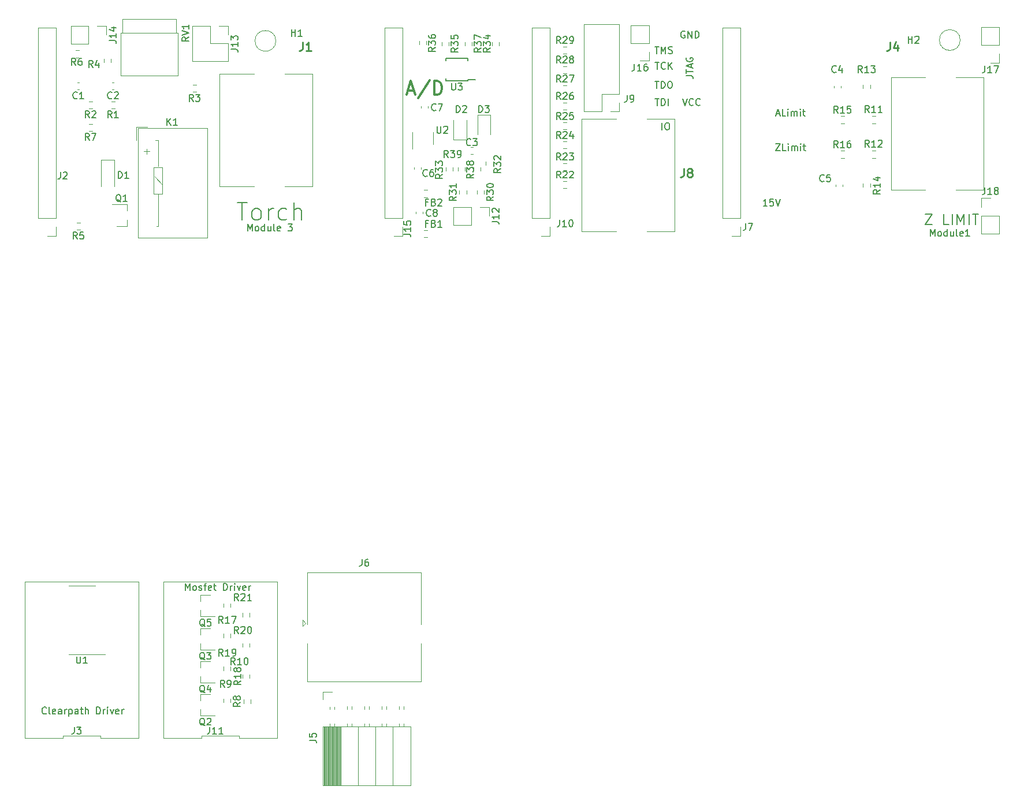
<source format=gto>
G04 #@! TF.GenerationSoftware,KiCad,Pcbnew,(5.1.9)-1*
G04 #@! TF.CreationDate,2021-03-12T17:13:45-06:00*
G04 #@! TF.ProjectId,Torch Module,546f7263-6820-44d6-9f64-756c652e6b69,rev?*
G04 #@! TF.SameCoordinates,Original*
G04 #@! TF.FileFunction,Legend,Top*
G04 #@! TF.FilePolarity,Positive*
%FSLAX46Y46*%
G04 Gerber Fmt 4.6, Leading zero omitted, Abs format (unit mm)*
G04 Created by KiCad (PCBNEW (5.1.9)-1) date 2021-03-12 17:13:45*
%MOMM*%
%LPD*%
G01*
G04 APERTURE LIST*
%ADD10C,0.300000*%
%ADD11C,0.150000*%
%ADD12C,0.120000*%
%ADD13C,0.100000*%
%ADD14C,0.254000*%
G04 APERTURE END LIST*
D10*
X127778190Y-71453333D02*
X128730571Y-71453333D01*
X127587714Y-72024761D02*
X128254380Y-70024761D01*
X128921047Y-72024761D01*
X131016285Y-69929523D02*
X129302000Y-72500952D01*
X131682952Y-72024761D02*
X131682952Y-70024761D01*
X132159142Y-70024761D01*
X132444857Y-70120000D01*
X132635333Y-70310476D01*
X132730571Y-70500952D01*
X132825809Y-70881904D01*
X132825809Y-71167619D01*
X132730571Y-71548571D01*
X132635333Y-71739047D01*
X132444857Y-71929523D01*
X132159142Y-72024761D01*
X131682952Y-72024761D01*
D11*
X95182964Y-144739620D02*
X95182964Y-143739620D01*
X95516298Y-144453906D01*
X95849631Y-143739620D01*
X95849631Y-144739620D01*
X96468679Y-144739620D02*
X96373440Y-144692001D01*
X96325821Y-144644382D01*
X96278202Y-144549144D01*
X96278202Y-144263430D01*
X96325821Y-144168192D01*
X96373440Y-144120573D01*
X96468679Y-144072954D01*
X96611536Y-144072954D01*
X96706774Y-144120573D01*
X96754393Y-144168192D01*
X96802012Y-144263430D01*
X96802012Y-144549144D01*
X96754393Y-144644382D01*
X96706774Y-144692001D01*
X96611536Y-144739620D01*
X96468679Y-144739620D01*
X97182964Y-144692001D02*
X97278202Y-144739620D01*
X97468679Y-144739620D01*
X97563917Y-144692001D01*
X97611536Y-144596763D01*
X97611536Y-144549144D01*
X97563917Y-144453906D01*
X97468679Y-144406287D01*
X97325821Y-144406287D01*
X97230583Y-144358668D01*
X97182964Y-144263430D01*
X97182964Y-144215811D01*
X97230583Y-144120573D01*
X97325821Y-144072954D01*
X97468679Y-144072954D01*
X97563917Y-144120573D01*
X97897250Y-144072954D02*
X98278202Y-144072954D01*
X98040107Y-144739620D02*
X98040107Y-143882478D01*
X98087726Y-143787240D01*
X98182964Y-143739620D01*
X98278202Y-143739620D01*
X98992488Y-144692001D02*
X98897250Y-144739620D01*
X98706774Y-144739620D01*
X98611536Y-144692001D01*
X98563917Y-144596763D01*
X98563917Y-144215811D01*
X98611536Y-144120573D01*
X98706774Y-144072954D01*
X98897250Y-144072954D01*
X98992488Y-144120573D01*
X99040107Y-144215811D01*
X99040107Y-144311049D01*
X98563917Y-144406287D01*
X99325821Y-144072954D02*
X99706774Y-144072954D01*
X99468679Y-143739620D02*
X99468679Y-144596763D01*
X99516298Y-144692001D01*
X99611536Y-144739620D01*
X99706774Y-144739620D01*
X100802012Y-144739620D02*
X100802012Y-143739620D01*
X101040107Y-143739620D01*
X101182964Y-143787240D01*
X101278202Y-143882478D01*
X101325821Y-143977716D01*
X101373440Y-144168192D01*
X101373440Y-144311049D01*
X101325821Y-144501525D01*
X101278202Y-144596763D01*
X101182964Y-144692001D01*
X101040107Y-144739620D01*
X100802012Y-144739620D01*
X101802012Y-144739620D02*
X101802012Y-144072954D01*
X101802012Y-144263430D02*
X101849631Y-144168192D01*
X101897250Y-144120573D01*
X101992488Y-144072954D01*
X102087726Y-144072954D01*
X102421060Y-144739620D02*
X102421060Y-144072954D01*
X102421060Y-143739620D02*
X102373440Y-143787240D01*
X102421060Y-143834859D01*
X102468679Y-143787240D01*
X102421060Y-143739620D01*
X102421060Y-143834859D01*
X102802012Y-144072954D02*
X103040107Y-144739620D01*
X103278202Y-144072954D01*
X104040107Y-144692001D02*
X103944869Y-144739620D01*
X103754393Y-144739620D01*
X103659155Y-144692001D01*
X103611536Y-144596763D01*
X103611536Y-144215811D01*
X103659155Y-144120573D01*
X103754393Y-144072954D01*
X103944869Y-144072954D01*
X104040107Y-144120573D01*
X104087726Y-144215811D01*
X104087726Y-144311049D01*
X103611536Y-144406287D01*
X104516298Y-144739620D02*
X104516298Y-144072954D01*
X104516298Y-144263430D02*
X104563917Y-144168192D01*
X104611536Y-144120573D01*
X104706774Y-144072954D01*
X104802012Y-144072954D01*
X204406857Y-92783920D02*
X204406857Y-91783920D01*
X204740190Y-92498206D01*
X205073523Y-91783920D01*
X205073523Y-92783920D01*
X205692571Y-92783920D02*
X205597333Y-92736301D01*
X205549714Y-92688682D01*
X205502095Y-92593444D01*
X205502095Y-92307730D01*
X205549714Y-92212492D01*
X205597333Y-92164873D01*
X205692571Y-92117254D01*
X205835428Y-92117254D01*
X205930666Y-92164873D01*
X205978285Y-92212492D01*
X206025904Y-92307730D01*
X206025904Y-92593444D01*
X205978285Y-92688682D01*
X205930666Y-92736301D01*
X205835428Y-92783920D01*
X205692571Y-92783920D01*
X206883047Y-92783920D02*
X206883047Y-91783920D01*
X206883047Y-92736301D02*
X206787809Y-92783920D01*
X206597333Y-92783920D01*
X206502095Y-92736301D01*
X206454476Y-92688682D01*
X206406857Y-92593444D01*
X206406857Y-92307730D01*
X206454476Y-92212492D01*
X206502095Y-92164873D01*
X206597333Y-92117254D01*
X206787809Y-92117254D01*
X206883047Y-92164873D01*
X207787809Y-92117254D02*
X207787809Y-92783920D01*
X207359238Y-92117254D02*
X207359238Y-92641063D01*
X207406857Y-92736301D01*
X207502095Y-92783920D01*
X207644952Y-92783920D01*
X207740190Y-92736301D01*
X207787809Y-92688682D01*
X208406857Y-92783920D02*
X208311619Y-92736301D01*
X208264000Y-92641063D01*
X208264000Y-91783920D01*
X209168761Y-92736301D02*
X209073523Y-92783920D01*
X208883047Y-92783920D01*
X208787809Y-92736301D01*
X208740190Y-92641063D01*
X208740190Y-92260111D01*
X208787809Y-92164873D01*
X208883047Y-92117254D01*
X209073523Y-92117254D01*
X209168761Y-92164873D01*
X209216380Y-92260111D01*
X209216380Y-92355349D01*
X208740190Y-92450587D01*
X210168761Y-92783920D02*
X209597333Y-92783920D01*
X209883047Y-92783920D02*
X209883047Y-91783920D01*
X209787809Y-91926778D01*
X209692571Y-92022016D01*
X209597333Y-92069635D01*
X104328364Y-92021920D02*
X104328364Y-91021920D01*
X104661698Y-91736206D01*
X104995031Y-91021920D01*
X104995031Y-92021920D01*
X105614079Y-92021920D02*
X105518840Y-91974301D01*
X105471221Y-91926682D01*
X105423602Y-91831444D01*
X105423602Y-91545730D01*
X105471221Y-91450492D01*
X105518840Y-91402873D01*
X105614079Y-91355254D01*
X105756936Y-91355254D01*
X105852174Y-91402873D01*
X105899793Y-91450492D01*
X105947412Y-91545730D01*
X105947412Y-91831444D01*
X105899793Y-91926682D01*
X105852174Y-91974301D01*
X105756936Y-92021920D01*
X105614079Y-92021920D01*
X106804555Y-92021920D02*
X106804555Y-91021920D01*
X106804555Y-91974301D02*
X106709317Y-92021920D01*
X106518840Y-92021920D01*
X106423602Y-91974301D01*
X106375983Y-91926682D01*
X106328364Y-91831444D01*
X106328364Y-91545730D01*
X106375983Y-91450492D01*
X106423602Y-91402873D01*
X106518840Y-91355254D01*
X106709317Y-91355254D01*
X106804555Y-91402873D01*
X107709317Y-91355254D02*
X107709317Y-92021920D01*
X107280745Y-91355254D02*
X107280745Y-91879063D01*
X107328364Y-91974301D01*
X107423602Y-92021920D01*
X107566460Y-92021920D01*
X107661698Y-91974301D01*
X107709317Y-91926682D01*
X108328364Y-92021920D02*
X108233126Y-91974301D01*
X108185507Y-91879063D01*
X108185507Y-91021920D01*
X109090269Y-91974301D02*
X108995031Y-92021920D01*
X108804555Y-92021920D01*
X108709317Y-91974301D01*
X108661698Y-91879063D01*
X108661698Y-91498111D01*
X108709317Y-91402873D01*
X108804555Y-91355254D01*
X108995031Y-91355254D01*
X109090269Y-91402873D01*
X109137888Y-91498111D01*
X109137888Y-91593349D01*
X108661698Y-91688587D01*
X110233126Y-91021920D02*
X110852174Y-91021920D01*
X110518840Y-91402873D01*
X110661698Y-91402873D01*
X110756936Y-91450492D01*
X110804555Y-91498111D01*
X110852174Y-91593349D01*
X110852174Y-91831444D01*
X110804555Y-91926682D01*
X110756936Y-91974301D01*
X110661698Y-92021920D01*
X110375983Y-92021920D01*
X110280745Y-91974301D01*
X110233126Y-91926682D01*
X165084190Y-77160380D02*
X165084190Y-76160380D01*
X165750857Y-76160380D02*
X165941333Y-76160380D01*
X166036571Y-76208000D01*
X166131809Y-76303238D01*
X166179428Y-76493714D01*
X166179428Y-76827047D01*
X166131809Y-77017523D01*
X166036571Y-77112761D01*
X165941333Y-77160380D01*
X165750857Y-77160380D01*
X165655619Y-77112761D01*
X165560380Y-77017523D01*
X165512761Y-76827047D01*
X165512761Y-76493714D01*
X165560380Y-76303238D01*
X165655619Y-76208000D01*
X165750857Y-76160380D01*
X168616380Y-69238666D02*
X169330666Y-69238666D01*
X169473523Y-69286285D01*
X169568761Y-69381523D01*
X169616380Y-69524380D01*
X169616380Y-69619619D01*
X168616380Y-68905333D02*
X168616380Y-68333904D01*
X169616380Y-68619619D02*
X168616380Y-68619619D01*
X169330666Y-68048190D02*
X169330666Y-67572000D01*
X169616380Y-68143428D02*
X168616380Y-67810095D01*
X169616380Y-67476761D01*
X168664000Y-66619619D02*
X168616380Y-66714857D01*
X168616380Y-66857714D01*
X168664000Y-67000571D01*
X168759238Y-67095809D01*
X168854476Y-67143428D01*
X169044952Y-67191047D01*
X169187809Y-67191047D01*
X169378285Y-67143428D01*
X169473523Y-67095809D01*
X169568761Y-67000571D01*
X169616380Y-66857714D01*
X169616380Y-66762476D01*
X169568761Y-66619619D01*
X169521142Y-66572000D01*
X169187809Y-66572000D01*
X169187809Y-66762476D01*
X74806206Y-162792682D02*
X74758587Y-162840301D01*
X74615730Y-162887920D01*
X74520492Y-162887920D01*
X74377635Y-162840301D01*
X74282397Y-162745063D01*
X74234778Y-162649825D01*
X74187159Y-162459349D01*
X74187159Y-162316492D01*
X74234778Y-162126016D01*
X74282397Y-162030778D01*
X74377635Y-161935540D01*
X74520492Y-161887920D01*
X74615730Y-161887920D01*
X74758587Y-161935540D01*
X74806206Y-161983159D01*
X75377635Y-162887920D02*
X75282397Y-162840301D01*
X75234778Y-162745063D01*
X75234778Y-161887920D01*
X76139540Y-162840301D02*
X76044301Y-162887920D01*
X75853825Y-162887920D01*
X75758587Y-162840301D01*
X75710968Y-162745063D01*
X75710968Y-162364111D01*
X75758587Y-162268873D01*
X75853825Y-162221254D01*
X76044301Y-162221254D01*
X76139540Y-162268873D01*
X76187159Y-162364111D01*
X76187159Y-162459349D01*
X75710968Y-162554587D01*
X77044301Y-162887920D02*
X77044301Y-162364111D01*
X76996682Y-162268873D01*
X76901444Y-162221254D01*
X76710968Y-162221254D01*
X76615730Y-162268873D01*
X77044301Y-162840301D02*
X76949063Y-162887920D01*
X76710968Y-162887920D01*
X76615730Y-162840301D01*
X76568111Y-162745063D01*
X76568111Y-162649825D01*
X76615730Y-162554587D01*
X76710968Y-162506968D01*
X76949063Y-162506968D01*
X77044301Y-162459349D01*
X77520492Y-162887920D02*
X77520492Y-162221254D01*
X77520492Y-162411730D02*
X77568111Y-162316492D01*
X77615730Y-162268873D01*
X77710968Y-162221254D01*
X77806206Y-162221254D01*
X78139540Y-162221254D02*
X78139540Y-163221254D01*
X78139540Y-162268873D02*
X78234778Y-162221254D01*
X78425254Y-162221254D01*
X78520492Y-162268873D01*
X78568111Y-162316492D01*
X78615730Y-162411730D01*
X78615730Y-162697444D01*
X78568111Y-162792682D01*
X78520492Y-162840301D01*
X78425254Y-162887920D01*
X78234778Y-162887920D01*
X78139540Y-162840301D01*
X79472873Y-162887920D02*
X79472873Y-162364111D01*
X79425254Y-162268873D01*
X79330016Y-162221254D01*
X79139540Y-162221254D01*
X79044301Y-162268873D01*
X79472873Y-162840301D02*
X79377635Y-162887920D01*
X79139540Y-162887920D01*
X79044301Y-162840301D01*
X78996682Y-162745063D01*
X78996682Y-162649825D01*
X79044301Y-162554587D01*
X79139540Y-162506968D01*
X79377635Y-162506968D01*
X79472873Y-162459349D01*
X79806206Y-162221254D02*
X80187159Y-162221254D01*
X79949063Y-161887920D02*
X79949063Y-162745063D01*
X79996682Y-162840301D01*
X80091920Y-162887920D01*
X80187159Y-162887920D01*
X80520492Y-162887920D02*
X80520492Y-161887920D01*
X80949063Y-162887920D02*
X80949063Y-162364111D01*
X80901444Y-162268873D01*
X80806206Y-162221254D01*
X80663349Y-162221254D01*
X80568111Y-162268873D01*
X80520492Y-162316492D01*
X82187159Y-162887920D02*
X82187159Y-161887920D01*
X82425254Y-161887920D01*
X82568111Y-161935540D01*
X82663349Y-162030778D01*
X82710968Y-162126016D01*
X82758587Y-162316492D01*
X82758587Y-162459349D01*
X82710968Y-162649825D01*
X82663349Y-162745063D01*
X82568111Y-162840301D01*
X82425254Y-162887920D01*
X82187159Y-162887920D01*
X83187159Y-162887920D02*
X83187159Y-162221254D01*
X83187159Y-162411730D02*
X83234778Y-162316492D01*
X83282397Y-162268873D01*
X83377635Y-162221254D01*
X83472873Y-162221254D01*
X83806206Y-162887920D02*
X83806206Y-162221254D01*
X83806206Y-161887920D02*
X83758587Y-161935540D01*
X83806206Y-161983159D01*
X83853825Y-161935540D01*
X83806206Y-161887920D01*
X83806206Y-161983159D01*
X84187159Y-162221254D02*
X84425254Y-162887920D01*
X84663349Y-162221254D01*
X85425254Y-162840301D02*
X85330016Y-162887920D01*
X85139540Y-162887920D01*
X85044301Y-162840301D01*
X84996682Y-162745063D01*
X84996682Y-162364111D01*
X85044301Y-162268873D01*
X85139540Y-162221254D01*
X85330016Y-162221254D01*
X85425254Y-162268873D01*
X85472873Y-162364111D01*
X85472873Y-162459349D01*
X84996682Y-162554587D01*
X85901444Y-162887920D02*
X85901444Y-162221254D01*
X85901444Y-162411730D02*
X85949063Y-162316492D01*
X85996682Y-162268873D01*
X86091920Y-162221254D01*
X86187159Y-162221254D01*
X168402095Y-62746000D02*
X168306857Y-62698380D01*
X168164000Y-62698380D01*
X168021142Y-62746000D01*
X167925904Y-62841238D01*
X167878285Y-62936476D01*
X167830666Y-63126952D01*
X167830666Y-63269809D01*
X167878285Y-63460285D01*
X167925904Y-63555523D01*
X168021142Y-63650761D01*
X168164000Y-63698380D01*
X168259238Y-63698380D01*
X168402095Y-63650761D01*
X168449714Y-63603142D01*
X168449714Y-63269809D01*
X168259238Y-63269809D01*
X168878285Y-63698380D02*
X168878285Y-62698380D01*
X169449714Y-63698380D01*
X169449714Y-62698380D01*
X169925904Y-63698380D02*
X169925904Y-62698380D01*
X170164000Y-62698380D01*
X170306857Y-62746000D01*
X170402095Y-62841238D01*
X170449714Y-62936476D01*
X170497333Y-63126952D01*
X170497333Y-63269809D01*
X170449714Y-63460285D01*
X170402095Y-63555523D01*
X170306857Y-63650761D01*
X170164000Y-63698380D01*
X169925904Y-63698380D01*
X168084666Y-72604380D02*
X168418000Y-73604380D01*
X168751333Y-72604380D01*
X169656095Y-73509142D02*
X169608476Y-73556761D01*
X169465619Y-73604380D01*
X169370380Y-73604380D01*
X169227523Y-73556761D01*
X169132285Y-73461523D01*
X169084666Y-73366285D01*
X169037047Y-73175809D01*
X169037047Y-73032952D01*
X169084666Y-72842476D01*
X169132285Y-72747238D01*
X169227523Y-72652000D01*
X169370380Y-72604380D01*
X169465619Y-72604380D01*
X169608476Y-72652000D01*
X169656095Y-72699619D01*
X170656095Y-73509142D02*
X170608476Y-73556761D01*
X170465619Y-73604380D01*
X170370380Y-73604380D01*
X170227523Y-73556761D01*
X170132285Y-73461523D01*
X170084666Y-73366285D01*
X170037047Y-73175809D01*
X170037047Y-73032952D01*
X170084666Y-72842476D01*
X170132285Y-72747238D01*
X170227523Y-72652000D01*
X170370380Y-72604380D01*
X170465619Y-72604380D01*
X170608476Y-72652000D01*
X170656095Y-72699619D01*
X164076190Y-72604380D02*
X164647619Y-72604380D01*
X164361904Y-73604380D02*
X164361904Y-72604380D01*
X164980952Y-73604380D02*
X164980952Y-72604380D01*
X165219047Y-72604380D01*
X165361904Y-72652000D01*
X165457142Y-72747238D01*
X165504761Y-72842476D01*
X165552380Y-73032952D01*
X165552380Y-73175809D01*
X165504761Y-73366285D01*
X165457142Y-73461523D01*
X165361904Y-73556761D01*
X165219047Y-73604380D01*
X164980952Y-73604380D01*
X165980952Y-73604380D02*
X165980952Y-72604380D01*
X164044476Y-70064380D02*
X164615904Y-70064380D01*
X164330190Y-71064380D02*
X164330190Y-70064380D01*
X164949238Y-71064380D02*
X164949238Y-70064380D01*
X165187333Y-70064380D01*
X165330190Y-70112000D01*
X165425428Y-70207238D01*
X165473047Y-70302476D01*
X165520666Y-70492952D01*
X165520666Y-70635809D01*
X165473047Y-70826285D01*
X165425428Y-70921523D01*
X165330190Y-71016761D01*
X165187333Y-71064380D01*
X164949238Y-71064380D01*
X166139714Y-70064380D02*
X166330190Y-70064380D01*
X166425428Y-70112000D01*
X166520666Y-70207238D01*
X166568285Y-70397714D01*
X166568285Y-70731047D01*
X166520666Y-70921523D01*
X166425428Y-71016761D01*
X166330190Y-71064380D01*
X166139714Y-71064380D01*
X166044476Y-71016761D01*
X165949238Y-70921523D01*
X165901619Y-70731047D01*
X165901619Y-70397714D01*
X165949238Y-70207238D01*
X166044476Y-70112000D01*
X166139714Y-70064380D01*
X164068285Y-67270380D02*
X164639714Y-67270380D01*
X164354000Y-68270380D02*
X164354000Y-67270380D01*
X165544476Y-68175142D02*
X165496857Y-68222761D01*
X165354000Y-68270380D01*
X165258761Y-68270380D01*
X165115904Y-68222761D01*
X165020666Y-68127523D01*
X164973047Y-68032285D01*
X164925428Y-67841809D01*
X164925428Y-67698952D01*
X164973047Y-67508476D01*
X165020666Y-67413238D01*
X165115904Y-67318000D01*
X165258761Y-67270380D01*
X165354000Y-67270380D01*
X165496857Y-67318000D01*
X165544476Y-67365619D01*
X165973047Y-68270380D02*
X165973047Y-67270380D01*
X166544476Y-68270380D02*
X166115904Y-67698952D01*
X166544476Y-67270380D02*
X165973047Y-67841809D01*
X164020666Y-64984380D02*
X164592095Y-64984380D01*
X164306380Y-65984380D02*
X164306380Y-64984380D01*
X164925428Y-65984380D02*
X164925428Y-64984380D01*
X165258761Y-65698666D01*
X165592095Y-64984380D01*
X165592095Y-65984380D01*
X166020666Y-65936761D02*
X166163523Y-65984380D01*
X166401619Y-65984380D01*
X166496857Y-65936761D01*
X166544476Y-65889142D01*
X166592095Y-65793904D01*
X166592095Y-65698666D01*
X166544476Y-65603428D01*
X166496857Y-65555809D01*
X166401619Y-65508190D01*
X166211142Y-65460571D01*
X166115904Y-65412952D01*
X166068285Y-65365333D01*
X166020666Y-65270095D01*
X166020666Y-65174857D01*
X166068285Y-65079619D01*
X166115904Y-65032000D01*
X166211142Y-64984380D01*
X166449238Y-64984380D01*
X166592095Y-65032000D01*
X203635428Y-89591968D02*
X204651428Y-89591968D01*
X203635428Y-91115968D01*
X204651428Y-91115968D01*
X207118857Y-91115968D02*
X206393142Y-91115968D01*
X206393142Y-89591968D01*
X207626857Y-91115968D02*
X207626857Y-89591968D01*
X208352571Y-91115968D02*
X208352571Y-89591968D01*
X208860571Y-90680540D01*
X209368571Y-89591968D01*
X209368571Y-91115968D01*
X210094285Y-91115968D02*
X210094285Y-89591968D01*
X210602285Y-89591968D02*
X211473142Y-89591968D01*
X211037714Y-91115968D02*
X211037714Y-89591968D01*
X181824571Y-74845206D02*
X182300761Y-74845206D01*
X181729333Y-75130920D02*
X182062666Y-74130920D01*
X182396000Y-75130920D01*
X183205523Y-75130920D02*
X182729333Y-75130920D01*
X182729333Y-74130920D01*
X183538857Y-75130920D02*
X183538857Y-74464254D01*
X183538857Y-74130920D02*
X183491238Y-74178540D01*
X183538857Y-74226159D01*
X183586476Y-74178540D01*
X183538857Y-74130920D01*
X183538857Y-74226159D01*
X184015047Y-75130920D02*
X184015047Y-74464254D01*
X184015047Y-74559492D02*
X184062666Y-74511873D01*
X184157904Y-74464254D01*
X184300761Y-74464254D01*
X184396000Y-74511873D01*
X184443619Y-74607111D01*
X184443619Y-75130920D01*
X184443619Y-74607111D02*
X184491238Y-74511873D01*
X184586476Y-74464254D01*
X184729333Y-74464254D01*
X184824571Y-74511873D01*
X184872190Y-74607111D01*
X184872190Y-75130920D01*
X185348380Y-75130920D02*
X185348380Y-74464254D01*
X185348380Y-74130920D02*
X185300761Y-74178540D01*
X185348380Y-74226159D01*
X185396000Y-74178540D01*
X185348380Y-74130920D01*
X185348380Y-74226159D01*
X185681714Y-74464254D02*
X186062666Y-74464254D01*
X185824571Y-74130920D02*
X185824571Y-74988063D01*
X185872190Y-75083301D01*
X185967428Y-75130920D01*
X186062666Y-75130920D01*
X181729333Y-79210920D02*
X182396000Y-79210920D01*
X181729333Y-80210920D01*
X182396000Y-80210920D01*
X183253142Y-80210920D02*
X182776952Y-80210920D01*
X182776952Y-79210920D01*
X183586476Y-80210920D02*
X183586476Y-79544254D01*
X183586476Y-79210920D02*
X183538857Y-79258540D01*
X183586476Y-79306159D01*
X183634095Y-79258540D01*
X183586476Y-79210920D01*
X183586476Y-79306159D01*
X184062666Y-80210920D02*
X184062666Y-79544254D01*
X184062666Y-79639492D02*
X184110285Y-79591873D01*
X184205523Y-79544254D01*
X184348380Y-79544254D01*
X184443619Y-79591873D01*
X184491238Y-79687111D01*
X184491238Y-80210920D01*
X184491238Y-79687111D02*
X184538857Y-79591873D01*
X184634095Y-79544254D01*
X184776952Y-79544254D01*
X184872190Y-79591873D01*
X184919809Y-79687111D01*
X184919809Y-80210920D01*
X185396000Y-80210920D02*
X185396000Y-79544254D01*
X185396000Y-79210920D02*
X185348380Y-79258540D01*
X185396000Y-79306159D01*
X185443619Y-79258540D01*
X185396000Y-79210920D01*
X185396000Y-79306159D01*
X185729333Y-79544254D02*
X186110285Y-79544254D01*
X185872190Y-79210920D02*
X185872190Y-80068063D01*
X185919809Y-80163301D01*
X186015047Y-80210920D01*
X186110285Y-80210920D01*
X180482952Y-88338920D02*
X179911523Y-88338920D01*
X180197238Y-88338920D02*
X180197238Y-87338920D01*
X180102000Y-87481778D01*
X180006761Y-87577016D01*
X179911523Y-87624635D01*
X181387714Y-87338920D02*
X180911523Y-87338920D01*
X180863904Y-87815111D01*
X180911523Y-87767492D01*
X181006761Y-87719873D01*
X181244857Y-87719873D01*
X181340095Y-87767492D01*
X181387714Y-87815111D01*
X181435333Y-87910349D01*
X181435333Y-88148444D01*
X181387714Y-88243682D01*
X181340095Y-88291301D01*
X181244857Y-88338920D01*
X181006761Y-88338920D01*
X180911523Y-88291301D01*
X180863904Y-88243682D01*
X181721047Y-87338920D02*
X182054380Y-88338920D01*
X182387714Y-87338920D01*
D12*
X208788000Y-64010540D02*
G75*
G03*
X208788000Y-64010540I-1524000J0D01*
G01*
D11*
X102794888Y-87892587D02*
X104246317Y-87892587D01*
X103520602Y-90432587D02*
X103520602Y-87892587D01*
X105455840Y-90432587D02*
X105213936Y-90311635D01*
X105092983Y-90190682D01*
X104972031Y-89948778D01*
X104972031Y-89223063D01*
X105092983Y-88981159D01*
X105213936Y-88860206D01*
X105455840Y-88739254D01*
X105818698Y-88739254D01*
X106060602Y-88860206D01*
X106181555Y-88981159D01*
X106302507Y-89223063D01*
X106302507Y-89948778D01*
X106181555Y-90190682D01*
X106060602Y-90311635D01*
X105818698Y-90432587D01*
X105455840Y-90432587D01*
X107391079Y-90432587D02*
X107391079Y-88739254D01*
X107391079Y-89223063D02*
X107512031Y-88981159D01*
X107632983Y-88860206D01*
X107874888Y-88739254D01*
X108116793Y-88739254D01*
X110052031Y-90311635D02*
X109810126Y-90432587D01*
X109326317Y-90432587D01*
X109084412Y-90311635D01*
X108963460Y-90190682D01*
X108842507Y-89948778D01*
X108842507Y-89223063D01*
X108963460Y-88981159D01*
X109084412Y-88860206D01*
X109326317Y-88739254D01*
X109810126Y-88739254D01*
X110052031Y-88860206D01*
X111140602Y-90432587D02*
X111140602Y-87892587D01*
X112229174Y-90432587D02*
X112229174Y-89102111D01*
X112108221Y-88860206D01*
X111866317Y-88739254D01*
X111503460Y-88739254D01*
X111261555Y-88860206D01*
X111140602Y-88981159D01*
D12*
X108455460Y-64137540D02*
G75*
G03*
X108455460Y-64137540I-1524000J0D01*
G01*
D13*
X113792000Y-85477000D02*
X109742000Y-85477000D01*
X113792000Y-68967000D02*
X113792000Y-85477000D01*
X109742000Y-68967000D02*
X113792000Y-68967000D01*
X100202000Y-85477000D02*
X105242000Y-85477000D01*
X100202000Y-68967000D02*
X100202000Y-85477000D01*
X105242000Y-68967000D02*
X100202000Y-68967000D01*
X203668000Y-69469000D02*
X198628000Y-69469000D01*
X198628000Y-69469000D02*
X198628000Y-85979000D01*
X198628000Y-85979000D02*
X203668000Y-85979000D01*
X208168000Y-69469000D02*
X212218000Y-69469000D01*
X212218000Y-69469000D02*
X212218000Y-85979000D01*
X212218000Y-85979000D02*
X208168000Y-85979000D01*
X166878000Y-92073000D02*
X162828000Y-92073000D01*
X166878000Y-75563000D02*
X166878000Y-92073000D01*
X162828000Y-75563000D02*
X166878000Y-75563000D01*
X153288000Y-92073000D02*
X158328000Y-92073000D01*
X153288000Y-75563000D02*
X153288000Y-92073000D01*
X158328000Y-75563000D02*
X153288000Y-75563000D01*
D12*
X103113333Y-166430000D02*
X108679999Y-166430000D01*
X103113333Y-166070000D02*
X103113333Y-166430000D01*
X97546667Y-166070000D02*
X103113333Y-166070000D01*
X97546667Y-166430000D02*
X97546667Y-166070000D01*
X91980000Y-166430000D02*
X97546667Y-166430000D01*
X91980001Y-143450000D02*
X91980000Y-166430000D01*
X108680000Y-143450000D02*
X91980001Y-143450000D01*
X108679999Y-166430000D02*
X108680000Y-143450000D01*
X82793333Y-166430000D02*
X88359999Y-166430000D01*
X82793333Y-166070000D02*
X82793333Y-166430000D01*
X77226667Y-166070000D02*
X82793333Y-166070000D01*
X77226667Y-166430000D02*
X77226667Y-166070000D01*
X71660000Y-166430000D02*
X77226667Y-166430000D01*
X71660001Y-143450000D02*
X71660000Y-166430000D01*
X88360000Y-143450000D02*
X71660001Y-143450000D01*
X88359999Y-166430000D02*
X88360000Y-143450000D01*
X84834184Y-73013040D02*
X84324736Y-73013040D01*
X84834184Y-74058040D02*
X84324736Y-74058040D01*
X79645727Y-70231540D02*
X79353193Y-70231540D01*
X79645727Y-71251540D02*
X79353193Y-71251540D01*
X84725727Y-71251540D02*
X84433193Y-71251540D01*
X84725727Y-70231540D02*
X84433193Y-70231540D01*
X84817460Y-81572540D02*
X84817460Y-85472540D01*
X82817460Y-81572540D02*
X82817460Y-85472540D01*
X84817460Y-81572540D02*
X82817460Y-81572540D01*
X76260000Y-92770000D02*
X74930000Y-92770000D01*
X76260000Y-91440000D02*
X76260000Y-92770000D01*
X76260000Y-90170000D02*
X73600000Y-90170000D01*
X73600000Y-90170000D02*
X73600000Y-62170000D01*
X76260000Y-90170000D02*
X76260000Y-62170000D01*
X76260000Y-62170000D02*
X73600000Y-62170000D01*
X90548460Y-86616540D02*
X90548460Y-82679540D01*
X91818460Y-86616540D02*
X90548460Y-86616540D01*
X91818460Y-82679540D02*
X91818460Y-86616540D01*
X90548460Y-82679540D02*
X91818460Y-82679540D01*
X90675460Y-84076540D02*
X91818460Y-85219540D01*
X91183460Y-91315540D02*
X90929460Y-91315540D01*
X91183460Y-86616540D02*
X91183460Y-91315540D01*
X91183460Y-78742540D02*
X90802460Y-78742540D01*
X91183460Y-82552540D02*
X91183460Y-78742540D01*
X88232460Y-76942540D02*
X98432460Y-76942540D01*
X88232460Y-93042540D02*
X88232460Y-76942540D01*
X98432460Y-93042540D02*
X88232460Y-93042540D01*
X98432460Y-76942540D02*
X98432460Y-93042540D01*
X89532460Y-79942540D02*
X89532460Y-80742540D01*
X89932460Y-80342540D02*
X89132460Y-80342540D01*
X88032460Y-78742540D02*
X88032460Y-76742540D01*
X88032460Y-76742540D02*
X89632460Y-76742540D01*
X86609460Y-91295340D02*
X85149460Y-91295340D01*
X86609460Y-88135340D02*
X84449460Y-88135340D01*
X86609460Y-88135340D02*
X86609460Y-89065340D01*
X86609460Y-91295340D02*
X86609460Y-90365340D01*
X96774724Y-70597500D02*
X96265276Y-70597500D01*
X96774724Y-71642500D02*
X96265276Y-71642500D01*
X83254960Y-66752816D02*
X83254960Y-67262264D01*
X84299960Y-66752816D02*
X84299960Y-67262264D01*
X79754184Y-91838040D02*
X79244736Y-91838040D01*
X79754184Y-90793040D02*
X79244736Y-90793040D01*
X79117736Y-66565040D02*
X79627184Y-66565040D01*
X79117736Y-65520040D02*
X79627184Y-65520040D01*
X80012540Y-144040540D02*
X78062540Y-144040540D01*
X80012540Y-144040540D02*
X81962540Y-144040540D01*
X80012540Y-154160540D02*
X78062540Y-154160540D01*
X80012540Y-154160540D02*
X83462540Y-154160540D01*
X115494980Y-173375300D02*
X115494980Y-164745300D01*
X115613075Y-173375300D02*
X115613075Y-164745300D01*
X115731170Y-173375300D02*
X115731170Y-164745300D01*
X115849265Y-173375300D02*
X115849265Y-164745300D01*
X115967360Y-173375300D02*
X115967360Y-164745300D01*
X116085455Y-173375300D02*
X116085455Y-164745300D01*
X116203550Y-173375300D02*
X116203550Y-164745300D01*
X116321645Y-173375300D02*
X116321645Y-164745300D01*
X116439740Y-173375300D02*
X116439740Y-164745300D01*
X116557835Y-173375300D02*
X116557835Y-164745300D01*
X116675930Y-173375300D02*
X116675930Y-164745300D01*
X116794025Y-173375300D02*
X116794025Y-164745300D01*
X116912120Y-173375300D02*
X116912120Y-164745300D01*
X117030215Y-173375300D02*
X117030215Y-164745300D01*
X117148310Y-173375300D02*
X117148310Y-164745300D01*
X117266405Y-173375300D02*
X117266405Y-164745300D01*
X117384500Y-173375300D02*
X117384500Y-164745300D01*
X117502595Y-173375300D02*
X117502595Y-164745300D01*
X117620690Y-173375300D02*
X117620690Y-164745300D01*
X117738785Y-173375300D02*
X117738785Y-164745300D01*
X117856880Y-173375300D02*
X117856880Y-164745300D01*
X116344980Y-164745300D02*
X116344980Y-164335300D01*
X116344980Y-162235300D02*
X116344980Y-161855300D01*
X117064980Y-164745300D02*
X117064980Y-164335300D01*
X117064980Y-162235300D02*
X117064980Y-161855300D01*
X118884980Y-164745300D02*
X118884980Y-164335300D01*
X118884980Y-162235300D02*
X118884980Y-161795300D01*
X119604980Y-164745300D02*
X119604980Y-164335300D01*
X119604980Y-162235300D02*
X119604980Y-161795300D01*
X121424980Y-164745300D02*
X121424980Y-164335300D01*
X121424980Y-162235300D02*
X121424980Y-161795300D01*
X122144980Y-164745300D02*
X122144980Y-164335300D01*
X122144980Y-162235300D02*
X122144980Y-161795300D01*
X123964980Y-164745300D02*
X123964980Y-164335300D01*
X123964980Y-162235300D02*
X123964980Y-161795300D01*
X124684980Y-164745300D02*
X124684980Y-164335300D01*
X124684980Y-162235300D02*
X124684980Y-161795300D01*
X126504980Y-164745300D02*
X126504980Y-164335300D01*
X126504980Y-162235300D02*
X126504980Y-161795300D01*
X127224980Y-164745300D02*
X127224980Y-164335300D01*
X127224980Y-162235300D02*
X127224980Y-161795300D01*
X117974980Y-173375300D02*
X117974980Y-164745300D01*
X120514980Y-173375300D02*
X120514980Y-164745300D01*
X123054980Y-173375300D02*
X123054980Y-164745300D01*
X125594980Y-173375300D02*
X125594980Y-164745300D01*
X115374980Y-173375300D02*
X115374980Y-164745300D01*
X115374980Y-164745300D02*
X128194980Y-164745300D01*
X128194980Y-173375300D02*
X128194980Y-164745300D01*
X115374980Y-173375300D02*
X128194980Y-173375300D01*
X115374980Y-159635300D02*
X116704980Y-159635300D01*
X115374980Y-160745300D02*
X115374980Y-159635300D01*
X191264000Y-70722273D02*
X191264000Y-71014807D01*
X190244000Y-70722273D02*
X190244000Y-71014807D01*
X191518000Y-85492807D02*
X191518000Y-85200273D01*
X190498000Y-85492807D02*
X190498000Y-85200273D01*
X176590000Y-62170000D02*
X173930000Y-62170000D01*
X176590000Y-90170000D02*
X176590000Y-62170000D01*
X173930000Y-90170000D02*
X173930000Y-62170000D01*
X176590000Y-90170000D02*
X173930000Y-90170000D01*
X176590000Y-91440000D02*
X176590000Y-92770000D01*
X176590000Y-92770000D02*
X175260000Y-92770000D01*
X196342724Y-75172040D02*
X195833276Y-75172040D01*
X196342724Y-76217040D02*
X195833276Y-76217040D01*
X196342724Y-81297040D02*
X195833276Y-81297040D01*
X196342724Y-80252040D02*
X195833276Y-80252040D01*
X194549500Y-71123264D02*
X194549500Y-70613816D01*
X195594500Y-71123264D02*
X195594500Y-70613816D01*
X194549500Y-85091816D02*
X194549500Y-85601264D01*
X195594500Y-85091816D02*
X195594500Y-85601264D01*
X191261276Y-76217040D02*
X191770724Y-76217040D01*
X191261276Y-75172040D02*
X191770724Y-75172040D01*
X191261276Y-80252040D02*
X191770724Y-80252040D01*
X191261276Y-81297040D02*
X191770724Y-81297040D01*
X148650000Y-92770000D02*
X147320000Y-92770000D01*
X148650000Y-91440000D02*
X148650000Y-92770000D01*
X148650000Y-90170000D02*
X145990000Y-90170000D01*
X145990000Y-90170000D02*
X145990000Y-62170000D01*
X148650000Y-90170000D02*
X148650000Y-62170000D01*
X148650000Y-62170000D02*
X145990000Y-62170000D01*
X81532184Y-73013040D02*
X81022736Y-73013040D01*
X81532184Y-74058040D02*
X81022736Y-74058040D01*
X81532184Y-77360040D02*
X81022736Y-77360040D01*
X81532184Y-76315040D02*
X81022736Y-76315040D01*
X85983460Y-60971540D02*
X93844460Y-60971540D01*
X85983460Y-63001540D02*
X93844460Y-63001540D01*
X93844460Y-63001540D02*
X93844460Y-60971540D01*
X85983460Y-63001540D02*
X85983460Y-60971540D01*
X85727460Y-63001540D02*
X94098460Y-63001540D01*
X85727460Y-69211540D02*
X94098460Y-69211540D01*
X94098460Y-69211540D02*
X94098460Y-63001540D01*
X85727460Y-69211540D02*
X85727460Y-63001540D01*
X158810000Y-74520100D02*
X157480000Y-74520100D01*
X158810000Y-73190100D02*
X158810000Y-74520100D01*
X156210000Y-74520100D02*
X153610000Y-74520100D01*
X156210000Y-71920100D02*
X156210000Y-74520100D01*
X158810000Y-71920100D02*
X156210000Y-71920100D01*
X153610000Y-74520100D02*
X153610000Y-61700100D01*
X158810000Y-71920100D02*
X158810000Y-61700100D01*
X158810000Y-61700100D02*
X153610000Y-61700100D01*
X97383060Y-159979240D02*
X98843060Y-159979240D01*
X97383060Y-163139240D02*
X99543060Y-163139240D01*
X97383060Y-163139240D02*
X97383060Y-162209240D01*
X97383060Y-159979240D02*
X97383060Y-160909240D01*
X97383060Y-150327240D02*
X98843060Y-150327240D01*
X97383060Y-153487240D02*
X99543060Y-153487240D01*
X97383060Y-153487240D02*
X97383060Y-152557240D01*
X97383060Y-150327240D02*
X97383060Y-151257240D01*
X97383060Y-155153240D02*
X97383060Y-156083240D01*
X97383060Y-158313240D02*
X97383060Y-157383240D01*
X97383060Y-158313240D02*
X99543060Y-158313240D01*
X97383060Y-155153240D02*
X98843060Y-155153240D01*
X97399060Y-145440240D02*
X97399060Y-146370240D01*
X97399060Y-148600240D02*
X97399060Y-147670240D01*
X97399060Y-148600240D02*
X99559060Y-148600240D01*
X97399060Y-145440240D02*
X98859060Y-145440240D01*
X103716560Y-161305964D02*
X103716560Y-160796516D01*
X104761560Y-161305964D02*
X104761560Y-160796516D01*
X101840560Y-161178964D02*
X101840560Y-160669516D01*
X100795560Y-161178964D02*
X100795560Y-160669516D01*
X103589560Y-153050964D02*
X103589560Y-152541516D01*
X104634560Y-153050964D02*
X104634560Y-152541516D01*
X101840560Y-151653964D02*
X101840560Y-151144516D01*
X100795560Y-151653964D02*
X100795560Y-151144516D01*
X103589560Y-157622964D02*
X103589560Y-157113516D01*
X104634560Y-157622964D02*
X104634560Y-157113516D01*
X101840560Y-156479964D02*
X101840560Y-155970516D01*
X100795560Y-156479964D02*
X100795560Y-155970516D01*
X103589560Y-148605964D02*
X103589560Y-148096516D01*
X104634560Y-148605964D02*
X104634560Y-148096516D01*
X101840560Y-147208964D02*
X101840560Y-146699516D01*
X100795560Y-147208964D02*
X100795560Y-146699516D01*
X150584276Y-84710600D02*
X151093724Y-84710600D01*
X150584276Y-85755600D02*
X151093724Y-85755600D01*
X150584276Y-83110600D02*
X151093724Y-83110600D01*
X150584276Y-82065600D02*
X151093724Y-82065600D01*
X150584276Y-78890600D02*
X151093724Y-78890600D01*
X150584276Y-79935600D02*
X151093724Y-79935600D01*
X150584276Y-77141600D02*
X151093724Y-77141600D01*
X150584276Y-76096600D02*
X151093724Y-76096600D01*
X150584276Y-73175600D02*
X151093724Y-73175600D01*
X150584276Y-74220600D02*
X151093724Y-74220600D01*
X150584276Y-71680600D02*
X151093724Y-71680600D01*
X150584276Y-70635600D02*
X151093724Y-70635600D01*
X150584276Y-67841600D02*
X151093724Y-67841600D01*
X150584276Y-68886600D02*
X151093724Y-68886600D01*
X150584276Y-66005600D02*
X151093724Y-66005600D01*
X150584276Y-64960600D02*
X151093724Y-64960600D01*
X137324887Y-79730820D02*
X137032353Y-79730820D01*
X137324887Y-80750820D02*
X137032353Y-80750820D01*
X129788620Y-82694553D02*
X129788620Y-82987087D01*
X128768620Y-82694553D02*
X128768620Y-82987087D01*
X130788620Y-73694553D02*
X130788620Y-73987087D01*
X129768620Y-73694553D02*
X129768620Y-73987087D01*
X128968620Y-89194553D02*
X128968620Y-89487087D01*
X129988620Y-89194553D02*
X129988620Y-89487087D01*
X136438620Y-78600820D02*
X136438620Y-75740820D01*
X134518620Y-78600820D02*
X136438620Y-78600820D01*
X134518620Y-75740820D02*
X134518620Y-78600820D01*
X139938620Y-77840820D02*
X139938620Y-74980820D01*
X139938620Y-74980820D02*
X138018620Y-74980820D01*
X138018620Y-74980820D02*
X138018620Y-77840820D01*
X130173896Y-91918320D02*
X130683344Y-91918320D01*
X130173896Y-92963320D02*
X130683344Y-92963320D01*
X130683344Y-86018320D02*
X130173896Y-86018320D01*
X130683344Y-87063320D02*
X130173896Y-87063320D01*
X134508620Y-88510820D02*
X134508620Y-91170820D01*
X137108620Y-88510820D02*
X134508620Y-88510820D01*
X137108620Y-91170820D02*
X134508620Y-91170820D01*
X137108620Y-88510820D02*
X137108620Y-91170820D01*
X138378620Y-88510820D02*
X139708620Y-88510820D01*
X139708620Y-88510820D02*
X139708620Y-89840820D01*
X83607460Y-61927540D02*
X83607460Y-63257540D01*
X82277460Y-61927540D02*
X83607460Y-61927540D01*
X81007460Y-61927540D02*
X81007460Y-64587540D01*
X81007460Y-64587540D02*
X78407460Y-64587540D01*
X81007460Y-61927540D02*
X78407460Y-61927540D01*
X78407460Y-61927540D02*
X78407460Y-64587540D01*
X127060000Y-92770000D02*
X125730000Y-92770000D01*
X127060000Y-91440000D02*
X127060000Y-92770000D01*
X127060000Y-90170000D02*
X124400000Y-90170000D01*
X124400000Y-90170000D02*
X124400000Y-62170000D01*
X127060000Y-90170000D02*
X127060000Y-62170000D01*
X127060000Y-62170000D02*
X124400000Y-62170000D01*
X137956120Y-86086096D02*
X137956120Y-86595544D01*
X139001120Y-86086096D02*
X139001120Y-86595544D01*
X135356120Y-86595544D02*
X135356120Y-86086096D01*
X136401120Y-86595544D02*
X136401120Y-86086096D01*
X139256120Y-81886096D02*
X139256120Y-82395544D01*
X140301120Y-81886096D02*
X140301120Y-82395544D01*
X133356120Y-83195544D02*
X133356120Y-82686096D01*
X134401120Y-83195544D02*
X134401120Y-82686096D01*
X140156120Y-64795544D02*
X140156120Y-64286096D01*
X141201120Y-64795544D02*
X141201120Y-64286096D01*
X132756120Y-64286096D02*
X132756120Y-64795544D01*
X133801120Y-64286096D02*
X133801120Y-64795544D01*
X129456120Y-64186096D02*
X129456120Y-64695544D01*
X130501120Y-64186096D02*
X130501120Y-64695544D01*
X137201120Y-64286096D02*
X137201120Y-64795544D01*
X136156120Y-64286096D02*
X136156120Y-64795544D01*
X128468620Y-77560820D02*
X128468620Y-79990820D01*
X131538620Y-79320820D02*
X131538620Y-77560820D01*
D11*
X136603620Y-69965820D02*
X136603620Y-69790820D01*
X133353620Y-69965820D02*
X133353620Y-69690820D01*
X133353620Y-66715820D02*
X133353620Y-66990820D01*
X136603620Y-66715820D02*
X136603620Y-66990820D01*
X136603620Y-69965820D02*
X133353620Y-69965820D01*
X136603620Y-66715820D02*
X133353620Y-66715820D01*
X136603620Y-69790820D02*
X137678620Y-69790820D01*
D12*
X101432461Y-61927540D02*
X101432461Y-63257540D01*
X100102461Y-61927540D02*
X101432461Y-61927540D01*
X101432461Y-64527540D02*
X101432461Y-67127540D01*
X98832461Y-64527540D02*
X101432461Y-64527540D01*
X98832461Y-61927540D02*
X98832461Y-64527540D01*
X101432461Y-67127540D02*
X96232461Y-67127540D01*
X98832461Y-61927540D02*
X96232461Y-61927540D01*
X96232461Y-61927540D02*
X96232461Y-67127540D01*
X137456120Y-83195544D02*
X137456120Y-82686096D01*
X138501120Y-83195544D02*
X138501120Y-82686096D01*
X136201120Y-83195544D02*
X136201120Y-82686096D01*
X135156120Y-83195544D02*
X135156120Y-82686096D01*
X112350000Y-149040000D02*
X112850000Y-149540000D01*
X112350000Y-150040000D02*
X112350000Y-149040000D01*
X112850000Y-149540000D02*
X112350000Y-150040000D01*
X129775000Y-158100000D02*
X129775000Y-152540000D01*
X113045000Y-158100000D02*
X113045000Y-152540000D01*
X113045000Y-158100000D02*
X129775000Y-158100000D01*
X129775000Y-142130000D02*
X129775000Y-149740000D01*
X113045000Y-142130000D02*
X113045000Y-149740000D01*
X113045000Y-142130000D02*
X129775000Y-142130000D01*
X163169000Y-61863100D02*
X160509000Y-61863100D01*
X163169000Y-64463100D02*
X163169000Y-61863100D01*
X160509000Y-64463100D02*
X160509000Y-61863100D01*
X163169000Y-64463100D02*
X160509000Y-64463100D01*
X163169000Y-65733100D02*
X163169000Y-67063100D01*
X163169000Y-67063100D02*
X161839000Y-67063100D01*
X214540000Y-67354540D02*
X213210000Y-67354540D01*
X214540000Y-66024540D02*
X214540000Y-67354540D01*
X214540000Y-64754540D02*
X211880000Y-64754540D01*
X211880000Y-64754540D02*
X211880000Y-62154540D01*
X214540000Y-64754540D02*
X214540000Y-62154540D01*
X214540000Y-62154540D02*
X211880000Y-62154540D01*
X211880000Y-92394540D02*
X214540000Y-92394540D01*
X211880000Y-89794540D02*
X211880000Y-92394540D01*
X214540000Y-89794540D02*
X214540000Y-92394540D01*
X211880000Y-89794540D02*
X214540000Y-89794540D01*
X211880000Y-88524540D02*
X211880000Y-87194540D01*
X211880000Y-87194540D02*
X213210000Y-87194540D01*
D14*
X112352666Y-64328523D02*
X112352666Y-65235666D01*
X112292190Y-65417095D01*
X112171238Y-65538047D01*
X111989809Y-65598523D01*
X111868857Y-65598523D01*
X113622666Y-65598523D02*
X112896952Y-65598523D01*
X113259809Y-65598523D02*
X113259809Y-64328523D01*
X113138857Y-64509952D01*
X113017904Y-64630904D01*
X112896952Y-64691380D01*
X198458666Y-64328523D02*
X198458666Y-65235666D01*
X198398190Y-65417095D01*
X198277238Y-65538047D01*
X198095809Y-65598523D01*
X197974857Y-65598523D01*
X199607714Y-64751857D02*
X199607714Y-65598523D01*
X199305333Y-64268047D02*
X199002952Y-65175190D01*
X199789142Y-65175190D01*
X168232666Y-82870523D02*
X168232666Y-83777666D01*
X168172190Y-83959095D01*
X168051238Y-84080047D01*
X167869809Y-84140523D01*
X167748857Y-84140523D01*
X169018857Y-83414809D02*
X168897904Y-83354333D01*
X168837428Y-83293857D01*
X168776952Y-83172904D01*
X168776952Y-83112428D01*
X168837428Y-82991476D01*
X168897904Y-82931000D01*
X169018857Y-82870523D01*
X169260761Y-82870523D01*
X169381714Y-82931000D01*
X169442190Y-82991476D01*
X169502666Y-83112428D01*
X169502666Y-83172904D01*
X169442190Y-83293857D01*
X169381714Y-83354333D01*
X169260761Y-83414809D01*
X169018857Y-83414809D01*
X168897904Y-83475285D01*
X168837428Y-83535761D01*
X168776952Y-83656714D01*
X168776952Y-83898619D01*
X168837428Y-84019571D01*
X168897904Y-84080047D01*
X169018857Y-84140523D01*
X169260761Y-84140523D01*
X169381714Y-84080047D01*
X169442190Y-84019571D01*
X169502666Y-83898619D01*
X169502666Y-83656714D01*
X169442190Y-83535761D01*
X169381714Y-83475285D01*
X169260761Y-83414809D01*
D11*
X201168095Y-64460380D02*
X201168095Y-63460380D01*
X201168095Y-63936571D02*
X201739523Y-63936571D01*
X201739523Y-64460380D02*
X201739523Y-63460380D01*
X202168095Y-63555619D02*
X202215714Y-63508000D01*
X202310952Y-63460380D01*
X202549047Y-63460380D01*
X202644285Y-63508000D01*
X202691904Y-63555619D01*
X202739523Y-63650857D01*
X202739523Y-63746095D01*
X202691904Y-63888952D01*
X202120476Y-64460380D01*
X202739523Y-64460380D01*
X110744095Y-63444380D02*
X110744095Y-62444380D01*
X110744095Y-62920571D02*
X111315523Y-62920571D01*
X111315523Y-63444380D02*
X111315523Y-62444380D01*
X112315523Y-63444380D02*
X111744095Y-63444380D01*
X112029809Y-63444380D02*
X112029809Y-62444380D01*
X111934571Y-62587238D01*
X111839333Y-62682476D01*
X111744095Y-62730095D01*
X98758476Y-164806380D02*
X98758476Y-165520666D01*
X98710857Y-165663523D01*
X98615619Y-165758761D01*
X98472761Y-165806380D01*
X98377523Y-165806380D01*
X99758476Y-165806380D02*
X99187047Y-165806380D01*
X99472761Y-165806380D02*
X99472761Y-164806380D01*
X99377523Y-164949238D01*
X99282285Y-165044476D01*
X99187047Y-165092095D01*
X100710857Y-165806380D02*
X100139428Y-165806380D01*
X100425142Y-165806380D02*
X100425142Y-164806380D01*
X100329904Y-164949238D01*
X100234666Y-165044476D01*
X100139428Y-165092095D01*
X78914666Y-164806380D02*
X78914666Y-165520666D01*
X78867047Y-165663523D01*
X78771809Y-165758761D01*
X78628952Y-165806380D01*
X78533714Y-165806380D01*
X79295619Y-164806380D02*
X79914666Y-164806380D01*
X79581333Y-165187333D01*
X79724190Y-165187333D01*
X79819428Y-165234952D01*
X79867047Y-165282571D01*
X79914666Y-165377809D01*
X79914666Y-165615904D01*
X79867047Y-165711142D01*
X79819428Y-165758761D01*
X79724190Y-165806380D01*
X79438476Y-165806380D01*
X79343238Y-165758761D01*
X79295619Y-165711142D01*
X84412793Y-75417920D02*
X84079460Y-74941730D01*
X83841364Y-75417920D02*
X83841364Y-74417920D01*
X84222317Y-74417920D01*
X84317555Y-74465540D01*
X84365174Y-74513159D01*
X84412793Y-74608397D01*
X84412793Y-74751254D01*
X84365174Y-74846492D01*
X84317555Y-74894111D01*
X84222317Y-74941730D01*
X83841364Y-74941730D01*
X85365174Y-75417920D02*
X84793745Y-75417920D01*
X85079460Y-75417920D02*
X85079460Y-74417920D01*
X84984221Y-74560778D01*
X84888983Y-74656016D01*
X84793745Y-74703635D01*
X79332793Y-72528682D02*
X79285174Y-72576301D01*
X79142317Y-72623920D01*
X79047079Y-72623920D01*
X78904221Y-72576301D01*
X78808983Y-72481063D01*
X78761364Y-72385825D01*
X78713745Y-72195349D01*
X78713745Y-72052492D01*
X78761364Y-71862016D01*
X78808983Y-71766778D01*
X78904221Y-71671540D01*
X79047079Y-71623920D01*
X79142317Y-71623920D01*
X79285174Y-71671540D01*
X79332793Y-71719159D01*
X80285174Y-72623920D02*
X79713745Y-72623920D01*
X79999460Y-72623920D02*
X79999460Y-71623920D01*
X79904221Y-71766778D01*
X79808983Y-71862016D01*
X79713745Y-71909635D01*
X84412793Y-72528682D02*
X84365174Y-72576301D01*
X84222317Y-72623920D01*
X84127079Y-72623920D01*
X83984221Y-72576301D01*
X83888983Y-72481063D01*
X83841364Y-72385825D01*
X83793745Y-72195349D01*
X83793745Y-72052492D01*
X83841364Y-71862016D01*
X83888983Y-71766778D01*
X83984221Y-71671540D01*
X84127079Y-71623920D01*
X84222317Y-71623920D01*
X84365174Y-71671540D01*
X84412793Y-71719159D01*
X84793745Y-71719159D02*
X84841364Y-71671540D01*
X84936602Y-71623920D01*
X85174698Y-71623920D01*
X85269936Y-71671540D01*
X85317555Y-71719159D01*
X85365174Y-71814397D01*
X85365174Y-71909635D01*
X85317555Y-72052492D01*
X84746126Y-72623920D01*
X85365174Y-72623920D01*
X85367904Y-84272380D02*
X85367904Y-83272380D01*
X85606000Y-83272380D01*
X85748857Y-83320000D01*
X85844095Y-83415238D01*
X85891714Y-83510476D01*
X85939333Y-83700952D01*
X85939333Y-83843809D01*
X85891714Y-84034285D01*
X85844095Y-84129523D01*
X85748857Y-84224761D01*
X85606000Y-84272380D01*
X85367904Y-84272380D01*
X86891714Y-84272380D02*
X86320285Y-84272380D01*
X86606000Y-84272380D02*
X86606000Y-83272380D01*
X86510761Y-83415238D01*
X86415523Y-83510476D01*
X86320285Y-83558095D01*
X76882666Y-83399380D02*
X76882666Y-84113666D01*
X76835047Y-84256523D01*
X76739809Y-84351761D01*
X76596952Y-84399380D01*
X76501714Y-84399380D01*
X77311238Y-83494619D02*
X77358857Y-83447000D01*
X77454095Y-83399380D01*
X77692190Y-83399380D01*
X77787428Y-83447000D01*
X77835047Y-83494619D01*
X77882666Y-83589857D01*
X77882666Y-83685095D01*
X77835047Y-83827952D01*
X77263619Y-84399380D01*
X77882666Y-84399380D01*
X92494364Y-76494920D02*
X92494364Y-75494920D01*
X93065793Y-76494920D02*
X92637221Y-75923492D01*
X93065793Y-75494920D02*
X92494364Y-76066349D01*
X94018174Y-76494920D02*
X93446745Y-76494920D01*
X93732460Y-76494920D02*
X93732460Y-75494920D01*
X93637221Y-75637778D01*
X93541983Y-75733016D01*
X93446745Y-75780635D01*
X85754221Y-87762959D02*
X85658983Y-87715340D01*
X85563745Y-87620101D01*
X85420888Y-87477244D01*
X85325650Y-87429625D01*
X85230412Y-87429625D01*
X85278031Y-87667720D02*
X85182793Y-87620101D01*
X85087555Y-87524863D01*
X85039936Y-87334387D01*
X85039936Y-87001054D01*
X85087555Y-86810578D01*
X85182793Y-86715340D01*
X85278031Y-86667720D01*
X85468507Y-86667720D01*
X85563745Y-86715340D01*
X85658983Y-86810578D01*
X85706602Y-87001054D01*
X85706602Y-87334387D01*
X85658983Y-87524863D01*
X85563745Y-87620101D01*
X85468507Y-87667720D01*
X85278031Y-87667720D01*
X86658983Y-87667720D02*
X86087555Y-87667720D01*
X86373269Y-87667720D02*
X86373269Y-86667720D01*
X86278031Y-86810578D01*
X86182793Y-86905816D01*
X86087555Y-86953435D01*
X96353333Y-73002380D02*
X96020000Y-72526190D01*
X95781904Y-73002380D02*
X95781904Y-72002380D01*
X96162857Y-72002380D01*
X96258095Y-72050000D01*
X96305714Y-72097619D01*
X96353333Y-72192857D01*
X96353333Y-72335714D01*
X96305714Y-72430952D01*
X96258095Y-72478571D01*
X96162857Y-72526190D01*
X95781904Y-72526190D01*
X96686666Y-72002380D02*
X97305714Y-72002380D01*
X96972380Y-72383333D01*
X97115238Y-72383333D01*
X97210476Y-72430952D01*
X97258095Y-72478571D01*
X97305714Y-72573809D01*
X97305714Y-72811904D01*
X97258095Y-72907142D01*
X97210476Y-72954761D01*
X97115238Y-73002380D01*
X96829523Y-73002380D01*
X96734285Y-72954761D01*
X96686666Y-72907142D01*
X81621333Y-68016380D02*
X81288000Y-67540190D01*
X81049904Y-68016380D02*
X81049904Y-67016380D01*
X81430857Y-67016380D01*
X81526095Y-67064000D01*
X81573714Y-67111619D01*
X81621333Y-67206857D01*
X81621333Y-67349714D01*
X81573714Y-67444952D01*
X81526095Y-67492571D01*
X81430857Y-67540190D01*
X81049904Y-67540190D01*
X82478476Y-67349714D02*
X82478476Y-68016380D01*
X82240380Y-66968761D02*
X82002285Y-67683047D01*
X82621333Y-67683047D01*
X79332793Y-93197920D02*
X78999460Y-92721730D01*
X78761364Y-93197920D02*
X78761364Y-92197920D01*
X79142317Y-92197920D01*
X79237555Y-92245540D01*
X79285174Y-92293159D01*
X79332793Y-92388397D01*
X79332793Y-92531254D01*
X79285174Y-92626492D01*
X79237555Y-92674111D01*
X79142317Y-92721730D01*
X78761364Y-92721730D01*
X80237555Y-92197920D02*
X79761364Y-92197920D01*
X79713745Y-92674111D01*
X79761364Y-92626492D01*
X79856602Y-92578873D01*
X80094698Y-92578873D01*
X80189936Y-92626492D01*
X80237555Y-92674111D01*
X80285174Y-92769349D01*
X80285174Y-93007444D01*
X80237555Y-93102682D01*
X80189936Y-93150301D01*
X80094698Y-93197920D01*
X79856602Y-93197920D01*
X79761364Y-93150301D01*
X79713745Y-93102682D01*
X79110793Y-67709920D02*
X78777460Y-67233730D01*
X78539364Y-67709920D02*
X78539364Y-66709920D01*
X78920317Y-66709920D01*
X79015555Y-66757540D01*
X79063174Y-66805159D01*
X79110793Y-66900397D01*
X79110793Y-67043254D01*
X79063174Y-67138492D01*
X79015555Y-67186111D01*
X78920317Y-67233730D01*
X78539364Y-67233730D01*
X79967936Y-66709920D02*
X79777460Y-66709920D01*
X79682221Y-66757540D01*
X79634602Y-66805159D01*
X79539364Y-66948016D01*
X79491745Y-67138492D01*
X79491745Y-67519444D01*
X79539364Y-67614682D01*
X79586983Y-67662301D01*
X79682221Y-67709920D01*
X79872698Y-67709920D01*
X79967936Y-67662301D01*
X80015555Y-67614682D01*
X80063174Y-67519444D01*
X80063174Y-67281349D01*
X80015555Y-67186111D01*
X79967936Y-67138492D01*
X79872698Y-67090873D01*
X79682221Y-67090873D01*
X79586983Y-67138492D01*
X79539364Y-67186111D01*
X79491745Y-67281349D01*
X79250635Y-154452920D02*
X79250635Y-155262444D01*
X79298254Y-155357682D01*
X79345873Y-155405301D01*
X79441111Y-155452920D01*
X79631587Y-155452920D01*
X79726825Y-155405301D01*
X79774444Y-155357682D01*
X79822063Y-155262444D01*
X79822063Y-154452920D01*
X80822063Y-155452920D02*
X80250635Y-155452920D01*
X80536349Y-155452920D02*
X80536349Y-154452920D01*
X80441111Y-154595778D01*
X80345873Y-154691016D01*
X80250635Y-154738635D01*
X113387360Y-166728633D02*
X114101646Y-166728633D01*
X114244503Y-166776252D01*
X114339741Y-166871490D01*
X114387360Y-167014347D01*
X114387360Y-167109585D01*
X113387360Y-165776252D02*
X113387360Y-166252442D01*
X113863551Y-166300061D01*
X113815932Y-166252442D01*
X113768313Y-166157204D01*
X113768313Y-165919109D01*
X113815932Y-165823871D01*
X113863551Y-165776252D01*
X113958789Y-165728633D01*
X114196884Y-165728633D01*
X114292122Y-165776252D01*
X114339741Y-165823871D01*
X114387360Y-165919109D01*
X114387360Y-166157204D01*
X114339741Y-166252442D01*
X114292122Y-166300061D01*
X190587333Y-68683142D02*
X190539714Y-68730761D01*
X190396857Y-68778380D01*
X190301619Y-68778380D01*
X190158761Y-68730761D01*
X190063523Y-68635523D01*
X190015904Y-68540285D01*
X189968285Y-68349809D01*
X189968285Y-68206952D01*
X190015904Y-68016476D01*
X190063523Y-67921238D01*
X190158761Y-67826000D01*
X190301619Y-67778380D01*
X190396857Y-67778380D01*
X190539714Y-67826000D01*
X190587333Y-67873619D01*
X191444476Y-68111714D02*
X191444476Y-68778380D01*
X191206380Y-67730761D02*
X190968285Y-68445047D01*
X191587333Y-68445047D01*
X188809333Y-84685142D02*
X188761714Y-84732761D01*
X188618857Y-84780380D01*
X188523619Y-84780380D01*
X188380761Y-84732761D01*
X188285523Y-84637523D01*
X188237904Y-84542285D01*
X188190285Y-84351809D01*
X188190285Y-84208952D01*
X188237904Y-84018476D01*
X188285523Y-83923238D01*
X188380761Y-83828000D01*
X188523619Y-83780380D01*
X188618857Y-83780380D01*
X188761714Y-83828000D01*
X188809333Y-83875619D01*
X189714095Y-83780380D02*
X189237904Y-83780380D01*
X189190285Y-84256571D01*
X189237904Y-84208952D01*
X189333142Y-84161333D01*
X189571238Y-84161333D01*
X189666476Y-84208952D01*
X189714095Y-84256571D01*
X189761714Y-84351809D01*
X189761714Y-84589904D01*
X189714095Y-84685142D01*
X189666476Y-84732761D01*
X189571238Y-84780380D01*
X189333142Y-84780380D01*
X189237904Y-84732761D01*
X189190285Y-84685142D01*
X177339666Y-90892380D02*
X177339666Y-91606666D01*
X177292047Y-91749523D01*
X177196809Y-91844761D01*
X177053952Y-91892380D01*
X176958714Y-91892380D01*
X177720619Y-90892380D02*
X178387285Y-90892380D01*
X177958714Y-91892380D01*
X195445142Y-74620380D02*
X195111809Y-74144190D01*
X194873714Y-74620380D02*
X194873714Y-73620380D01*
X195254666Y-73620380D01*
X195349904Y-73668000D01*
X195397523Y-73715619D01*
X195445142Y-73810857D01*
X195445142Y-73953714D01*
X195397523Y-74048952D01*
X195349904Y-74096571D01*
X195254666Y-74144190D01*
X194873714Y-74144190D01*
X196397523Y-74620380D02*
X195826095Y-74620380D01*
X196111809Y-74620380D02*
X196111809Y-73620380D01*
X196016571Y-73763238D01*
X195921333Y-73858476D01*
X195826095Y-73906095D01*
X197349904Y-74620380D02*
X196778476Y-74620380D01*
X197064190Y-74620380D02*
X197064190Y-73620380D01*
X196968952Y-73763238D01*
X196873714Y-73858476D01*
X196778476Y-73906095D01*
X195445142Y-79700380D02*
X195111809Y-79224190D01*
X194873714Y-79700380D02*
X194873714Y-78700380D01*
X195254666Y-78700380D01*
X195349904Y-78748000D01*
X195397523Y-78795619D01*
X195445142Y-78890857D01*
X195445142Y-79033714D01*
X195397523Y-79128952D01*
X195349904Y-79176571D01*
X195254666Y-79224190D01*
X194873714Y-79224190D01*
X196397523Y-79700380D02*
X195826095Y-79700380D01*
X196111809Y-79700380D02*
X196111809Y-78700380D01*
X196016571Y-78843238D01*
X195921333Y-78938476D01*
X195826095Y-78986095D01*
X196778476Y-78795619D02*
X196826095Y-78748000D01*
X196921333Y-78700380D01*
X197159428Y-78700380D01*
X197254666Y-78748000D01*
X197302285Y-78795619D01*
X197349904Y-78890857D01*
X197349904Y-78986095D01*
X197302285Y-79128952D01*
X196730857Y-79700380D01*
X197349904Y-79700380D01*
X194429142Y-68778380D02*
X194095809Y-68302190D01*
X193857714Y-68778380D02*
X193857714Y-67778380D01*
X194238666Y-67778380D01*
X194333904Y-67826000D01*
X194381523Y-67873619D01*
X194429142Y-67968857D01*
X194429142Y-68111714D01*
X194381523Y-68206952D01*
X194333904Y-68254571D01*
X194238666Y-68302190D01*
X193857714Y-68302190D01*
X195381523Y-68778380D02*
X194810095Y-68778380D01*
X195095809Y-68778380D02*
X195095809Y-67778380D01*
X195000571Y-67921238D01*
X194905333Y-68016476D01*
X194810095Y-68064095D01*
X195714857Y-67778380D02*
X196333904Y-67778380D01*
X196000571Y-68159333D01*
X196143428Y-68159333D01*
X196238666Y-68206952D01*
X196286285Y-68254571D01*
X196333904Y-68349809D01*
X196333904Y-68587904D01*
X196286285Y-68683142D01*
X196238666Y-68730761D01*
X196143428Y-68778380D01*
X195857714Y-68778380D01*
X195762476Y-68730761D01*
X195714857Y-68683142D01*
X197048380Y-85986857D02*
X196572190Y-86320190D01*
X197048380Y-86558285D02*
X196048380Y-86558285D01*
X196048380Y-86177333D01*
X196096000Y-86082095D01*
X196143619Y-86034476D01*
X196238857Y-85986857D01*
X196381714Y-85986857D01*
X196476952Y-86034476D01*
X196524571Y-86082095D01*
X196572190Y-86177333D01*
X196572190Y-86558285D01*
X197048380Y-85034476D02*
X197048380Y-85605904D01*
X197048380Y-85320190D02*
X196048380Y-85320190D01*
X196191238Y-85415428D01*
X196286476Y-85510666D01*
X196334095Y-85605904D01*
X196381714Y-84177333D02*
X197048380Y-84177333D01*
X196000761Y-84415428D02*
X196715047Y-84653523D01*
X196715047Y-84034476D01*
X190873142Y-74716920D02*
X190539809Y-74240730D01*
X190301714Y-74716920D02*
X190301714Y-73716920D01*
X190682666Y-73716920D01*
X190777904Y-73764540D01*
X190825523Y-73812159D01*
X190873142Y-73907397D01*
X190873142Y-74050254D01*
X190825523Y-74145492D01*
X190777904Y-74193111D01*
X190682666Y-74240730D01*
X190301714Y-74240730D01*
X191825523Y-74716920D02*
X191254095Y-74716920D01*
X191539809Y-74716920D02*
X191539809Y-73716920D01*
X191444571Y-73859778D01*
X191349333Y-73955016D01*
X191254095Y-74002635D01*
X192730285Y-73716920D02*
X192254095Y-73716920D01*
X192206476Y-74193111D01*
X192254095Y-74145492D01*
X192349333Y-74097873D01*
X192587428Y-74097873D01*
X192682666Y-74145492D01*
X192730285Y-74193111D01*
X192777904Y-74288349D01*
X192777904Y-74526444D01*
X192730285Y-74621682D01*
X192682666Y-74669301D01*
X192587428Y-74716920D01*
X192349333Y-74716920D01*
X192254095Y-74669301D01*
X192206476Y-74621682D01*
X190873142Y-79796920D02*
X190539809Y-79320730D01*
X190301714Y-79796920D02*
X190301714Y-78796920D01*
X190682666Y-78796920D01*
X190777904Y-78844540D01*
X190825523Y-78892159D01*
X190873142Y-78987397D01*
X190873142Y-79130254D01*
X190825523Y-79225492D01*
X190777904Y-79273111D01*
X190682666Y-79320730D01*
X190301714Y-79320730D01*
X191825523Y-79796920D02*
X191254095Y-79796920D01*
X191539809Y-79796920D02*
X191539809Y-78796920D01*
X191444571Y-78939778D01*
X191349333Y-79035016D01*
X191254095Y-79082635D01*
X192682666Y-78796920D02*
X192492190Y-78796920D01*
X192396952Y-78844540D01*
X192349333Y-78892159D01*
X192254095Y-79035016D01*
X192206476Y-79225492D01*
X192206476Y-79606444D01*
X192254095Y-79701682D01*
X192301714Y-79749301D01*
X192396952Y-79796920D01*
X192587428Y-79796920D01*
X192682666Y-79749301D01*
X192730285Y-79701682D01*
X192777904Y-79606444D01*
X192777904Y-79368349D01*
X192730285Y-79273111D01*
X192682666Y-79225492D01*
X192587428Y-79177873D01*
X192396952Y-79177873D01*
X192301714Y-79225492D01*
X192254095Y-79273111D01*
X192206476Y-79368349D01*
X150066476Y-90384380D02*
X150066476Y-91098666D01*
X150018857Y-91241523D01*
X149923619Y-91336761D01*
X149780761Y-91384380D01*
X149685523Y-91384380D01*
X151066476Y-91384380D02*
X150495047Y-91384380D01*
X150780761Y-91384380D02*
X150780761Y-90384380D01*
X150685523Y-90527238D01*
X150590285Y-90622476D01*
X150495047Y-90670095D01*
X151685523Y-90384380D02*
X151780761Y-90384380D01*
X151876000Y-90432000D01*
X151923619Y-90479619D01*
X151971238Y-90574857D01*
X152018857Y-90765333D01*
X152018857Y-91003428D01*
X151971238Y-91193904D01*
X151923619Y-91289142D01*
X151876000Y-91336761D01*
X151780761Y-91384380D01*
X151685523Y-91384380D01*
X151590285Y-91336761D01*
X151542666Y-91289142D01*
X151495047Y-91193904D01*
X151447428Y-91003428D01*
X151447428Y-90765333D01*
X151495047Y-90574857D01*
X151542666Y-90479619D01*
X151590285Y-90432000D01*
X151685523Y-90384380D01*
X81110793Y-75417920D02*
X80777460Y-74941730D01*
X80539364Y-75417920D02*
X80539364Y-74417920D01*
X80920317Y-74417920D01*
X81015555Y-74465540D01*
X81063174Y-74513159D01*
X81110793Y-74608397D01*
X81110793Y-74751254D01*
X81063174Y-74846492D01*
X81015555Y-74894111D01*
X80920317Y-74941730D01*
X80539364Y-74941730D01*
X81491745Y-74513159D02*
X81539364Y-74465540D01*
X81634602Y-74417920D01*
X81872698Y-74417920D01*
X81967936Y-74465540D01*
X82015555Y-74513159D01*
X82063174Y-74608397D01*
X82063174Y-74703635D01*
X82015555Y-74846492D01*
X81444126Y-75417920D01*
X82063174Y-75417920D01*
X81110793Y-78719920D02*
X80777460Y-78243730D01*
X80539364Y-78719920D02*
X80539364Y-77719920D01*
X80920317Y-77719920D01*
X81015555Y-77767540D01*
X81063174Y-77815159D01*
X81110793Y-77910397D01*
X81110793Y-78053254D01*
X81063174Y-78148492D01*
X81015555Y-78196111D01*
X80920317Y-78243730D01*
X80539364Y-78243730D01*
X81444126Y-77719920D02*
X82110793Y-77719920D01*
X81682221Y-78719920D01*
X95702380Y-63587238D02*
X95226190Y-63920571D01*
X95702380Y-64158666D02*
X94702380Y-64158666D01*
X94702380Y-63777714D01*
X94750000Y-63682476D01*
X94797619Y-63634857D01*
X94892857Y-63587238D01*
X95035714Y-63587238D01*
X95130952Y-63634857D01*
X95178571Y-63682476D01*
X95226190Y-63777714D01*
X95226190Y-64158666D01*
X94702380Y-63301523D02*
X95702380Y-62968190D01*
X94702380Y-62634857D01*
X95702380Y-61777714D02*
X95702380Y-62349142D01*
X95702380Y-62063428D02*
X94702380Y-62063428D01*
X94845238Y-62158666D01*
X94940476Y-62253904D01*
X94988095Y-62349142D01*
X159940666Y-72096380D02*
X159940666Y-72810666D01*
X159893047Y-72953523D01*
X159797809Y-73048761D01*
X159654952Y-73096380D01*
X159559714Y-73096380D01*
X160464476Y-73096380D02*
X160654952Y-73096380D01*
X160750190Y-73048761D01*
X160797809Y-73001142D01*
X160893047Y-72858285D01*
X160940666Y-72667809D01*
X160940666Y-72286857D01*
X160893047Y-72191619D01*
X160845428Y-72144000D01*
X160750190Y-72096380D01*
X160559714Y-72096380D01*
X160464476Y-72144000D01*
X160416857Y-72191619D01*
X160369238Y-72286857D01*
X160369238Y-72524952D01*
X160416857Y-72620190D01*
X160464476Y-72667809D01*
X160559714Y-72715428D01*
X160750190Y-72715428D01*
X160845428Y-72667809D01*
X160893047Y-72620190D01*
X160940666Y-72524952D01*
X98047821Y-164606859D02*
X97952583Y-164559240D01*
X97857345Y-164464001D01*
X97714488Y-164321144D01*
X97619250Y-164273525D01*
X97524012Y-164273525D01*
X97571631Y-164511620D02*
X97476393Y-164464001D01*
X97381155Y-164368763D01*
X97333536Y-164178287D01*
X97333536Y-163844954D01*
X97381155Y-163654478D01*
X97476393Y-163559240D01*
X97571631Y-163511620D01*
X97762107Y-163511620D01*
X97857345Y-163559240D01*
X97952583Y-163654478D01*
X98000202Y-163844954D01*
X98000202Y-164178287D01*
X97952583Y-164368763D01*
X97857345Y-164464001D01*
X97762107Y-164511620D01*
X97571631Y-164511620D01*
X98381155Y-163606859D02*
X98428774Y-163559240D01*
X98524012Y-163511620D01*
X98762107Y-163511620D01*
X98857345Y-163559240D01*
X98904964Y-163606859D01*
X98952583Y-163702097D01*
X98952583Y-163797335D01*
X98904964Y-163940192D01*
X98333536Y-164511620D01*
X98952583Y-164511620D01*
X98047821Y-154954859D02*
X97952583Y-154907240D01*
X97857345Y-154812001D01*
X97714488Y-154669144D01*
X97619250Y-154621525D01*
X97524012Y-154621525D01*
X97571631Y-154859620D02*
X97476393Y-154812001D01*
X97381155Y-154716763D01*
X97333536Y-154526287D01*
X97333536Y-154192954D01*
X97381155Y-154002478D01*
X97476393Y-153907240D01*
X97571631Y-153859620D01*
X97762107Y-153859620D01*
X97857345Y-153907240D01*
X97952583Y-154002478D01*
X98000202Y-154192954D01*
X98000202Y-154526287D01*
X97952583Y-154716763D01*
X97857345Y-154812001D01*
X97762107Y-154859620D01*
X97571631Y-154859620D01*
X98333536Y-153859620D02*
X98952583Y-153859620D01*
X98619250Y-154240573D01*
X98762107Y-154240573D01*
X98857345Y-154288192D01*
X98904964Y-154335811D01*
X98952583Y-154431049D01*
X98952583Y-154669144D01*
X98904964Y-154764382D01*
X98857345Y-154812001D01*
X98762107Y-154859620D01*
X98476393Y-154859620D01*
X98381155Y-154812001D01*
X98333536Y-154764382D01*
X98047821Y-159780859D02*
X97952583Y-159733240D01*
X97857345Y-159638001D01*
X97714488Y-159495144D01*
X97619250Y-159447525D01*
X97524012Y-159447525D01*
X97571631Y-159685620D02*
X97476393Y-159638001D01*
X97381155Y-159542763D01*
X97333536Y-159352287D01*
X97333536Y-159018954D01*
X97381155Y-158828478D01*
X97476393Y-158733240D01*
X97571631Y-158685620D01*
X97762107Y-158685620D01*
X97857345Y-158733240D01*
X97952583Y-158828478D01*
X98000202Y-159018954D01*
X98000202Y-159352287D01*
X97952583Y-159542763D01*
X97857345Y-159638001D01*
X97762107Y-159685620D01*
X97571631Y-159685620D01*
X98857345Y-159018954D02*
X98857345Y-159685620D01*
X98619250Y-158638001D02*
X98381155Y-159352287D01*
X99000202Y-159352287D01*
X98063821Y-150067859D02*
X97968583Y-150020240D01*
X97873345Y-149925001D01*
X97730488Y-149782144D01*
X97635250Y-149734525D01*
X97540012Y-149734525D01*
X97587631Y-149972620D02*
X97492393Y-149925001D01*
X97397155Y-149829763D01*
X97349536Y-149639287D01*
X97349536Y-149305954D01*
X97397155Y-149115478D01*
X97492393Y-149020240D01*
X97587631Y-148972620D01*
X97778107Y-148972620D01*
X97873345Y-149020240D01*
X97968583Y-149115478D01*
X98016202Y-149305954D01*
X98016202Y-149639287D01*
X97968583Y-149829763D01*
X97873345Y-149925001D01*
X97778107Y-149972620D01*
X97587631Y-149972620D01*
X98920964Y-148972620D02*
X98444774Y-148972620D01*
X98397155Y-149448811D01*
X98444774Y-149401192D01*
X98540012Y-149353573D01*
X98778107Y-149353573D01*
X98873345Y-149401192D01*
X98920964Y-149448811D01*
X98968583Y-149544049D01*
X98968583Y-149782144D01*
X98920964Y-149877382D01*
X98873345Y-149925001D01*
X98778107Y-149972620D01*
X98540012Y-149972620D01*
X98444774Y-149925001D01*
X98397155Y-149877382D01*
X103261440Y-161217906D02*
X102785250Y-161551240D01*
X103261440Y-161789335D02*
X102261440Y-161789335D01*
X102261440Y-161408382D01*
X102309060Y-161313144D01*
X102356679Y-161265525D01*
X102451917Y-161217906D01*
X102594774Y-161217906D01*
X102690012Y-161265525D01*
X102737631Y-161313144D01*
X102785250Y-161408382D01*
X102785250Y-161789335D01*
X102690012Y-160646478D02*
X102642393Y-160741716D01*
X102594774Y-160789335D01*
X102499536Y-160836954D01*
X102451917Y-160836954D01*
X102356679Y-160789335D01*
X102309060Y-160741716D01*
X102261440Y-160646478D01*
X102261440Y-160456001D01*
X102309060Y-160360763D01*
X102356679Y-160313144D01*
X102451917Y-160265525D01*
X102499536Y-160265525D01*
X102594774Y-160313144D01*
X102642393Y-160360763D01*
X102690012Y-160456001D01*
X102690012Y-160646478D01*
X102737631Y-160741716D01*
X102785250Y-160789335D01*
X102880488Y-160836954D01*
X103070964Y-160836954D01*
X103166202Y-160789335D01*
X103213821Y-160741716D01*
X103261440Y-160646478D01*
X103261440Y-160456001D01*
X103213821Y-160360763D01*
X103166202Y-160313144D01*
X103070964Y-160265525D01*
X102880488Y-160265525D01*
X102785250Y-160313144D01*
X102737631Y-160360763D01*
X102690012Y-160456001D01*
X100925333Y-158948380D02*
X100592000Y-158472190D01*
X100353904Y-158948380D02*
X100353904Y-157948380D01*
X100734857Y-157948380D01*
X100830095Y-157996000D01*
X100877714Y-158043619D01*
X100925333Y-158138857D01*
X100925333Y-158281714D01*
X100877714Y-158376952D01*
X100830095Y-158424571D01*
X100734857Y-158472190D01*
X100353904Y-158472190D01*
X101401523Y-158948380D02*
X101592000Y-158948380D01*
X101687238Y-158900761D01*
X101734857Y-158853142D01*
X101830095Y-158710285D01*
X101877714Y-158519809D01*
X101877714Y-158138857D01*
X101830095Y-158043619D01*
X101782476Y-157996000D01*
X101687238Y-157948380D01*
X101496761Y-157948380D01*
X101401523Y-157996000D01*
X101353904Y-158043619D01*
X101306285Y-158138857D01*
X101306285Y-158376952D01*
X101353904Y-158472190D01*
X101401523Y-158519809D01*
X101496761Y-158567428D01*
X101687238Y-158567428D01*
X101782476Y-158519809D01*
X101830095Y-158472190D01*
X101877714Y-158376952D01*
X102481142Y-155646380D02*
X102147809Y-155170190D01*
X101909714Y-155646380D02*
X101909714Y-154646380D01*
X102290666Y-154646380D01*
X102385904Y-154694000D01*
X102433523Y-154741619D01*
X102481142Y-154836857D01*
X102481142Y-154979714D01*
X102433523Y-155074952D01*
X102385904Y-155122571D01*
X102290666Y-155170190D01*
X101909714Y-155170190D01*
X103433523Y-155646380D02*
X102862095Y-155646380D01*
X103147809Y-155646380D02*
X103147809Y-154646380D01*
X103052571Y-154789238D01*
X102957333Y-154884476D01*
X102862095Y-154932095D01*
X104052571Y-154646380D02*
X104147809Y-154646380D01*
X104243047Y-154694000D01*
X104290666Y-154741619D01*
X104338285Y-154836857D01*
X104385904Y-155027333D01*
X104385904Y-155265428D01*
X104338285Y-155455904D01*
X104290666Y-155551142D01*
X104243047Y-155598761D01*
X104147809Y-155646380D01*
X104052571Y-155646380D01*
X103957333Y-155598761D01*
X103909714Y-155551142D01*
X103862095Y-155455904D01*
X103814476Y-155265428D01*
X103814476Y-155027333D01*
X103862095Y-154836857D01*
X103909714Y-154741619D01*
X103957333Y-154694000D01*
X104052571Y-154646380D01*
X100703142Y-149550380D02*
X100369809Y-149074190D01*
X100131714Y-149550380D02*
X100131714Y-148550380D01*
X100512666Y-148550380D01*
X100607904Y-148598000D01*
X100655523Y-148645619D01*
X100703142Y-148740857D01*
X100703142Y-148883714D01*
X100655523Y-148978952D01*
X100607904Y-149026571D01*
X100512666Y-149074190D01*
X100131714Y-149074190D01*
X101655523Y-149550380D02*
X101084095Y-149550380D01*
X101369809Y-149550380D02*
X101369809Y-148550380D01*
X101274571Y-148693238D01*
X101179333Y-148788476D01*
X101084095Y-148836095D01*
X101988857Y-148550380D02*
X102655523Y-148550380D01*
X102226952Y-149550380D01*
X103322380Y-158011097D02*
X102846190Y-158344430D01*
X103322380Y-158582525D02*
X102322380Y-158582525D01*
X102322380Y-158201573D01*
X102370000Y-158106335D01*
X102417619Y-158058716D01*
X102512857Y-158011097D01*
X102655714Y-158011097D01*
X102750952Y-158058716D01*
X102798571Y-158106335D01*
X102846190Y-158201573D01*
X102846190Y-158582525D01*
X103322380Y-157058716D02*
X103322380Y-157630144D01*
X103322380Y-157344430D02*
X102322380Y-157344430D01*
X102465238Y-157439668D01*
X102560476Y-157534906D01*
X102608095Y-157630144D01*
X102750952Y-156487287D02*
X102703333Y-156582525D01*
X102655714Y-156630144D01*
X102560476Y-156677763D01*
X102512857Y-156677763D01*
X102417619Y-156630144D01*
X102370000Y-156582525D01*
X102322380Y-156487287D01*
X102322380Y-156296811D01*
X102370000Y-156201573D01*
X102417619Y-156153954D01*
X102512857Y-156106335D01*
X102560476Y-156106335D01*
X102655714Y-156153954D01*
X102703333Y-156201573D01*
X102750952Y-156296811D01*
X102750952Y-156487287D01*
X102798571Y-156582525D01*
X102846190Y-156630144D01*
X102941428Y-156677763D01*
X103131904Y-156677763D01*
X103227142Y-156630144D01*
X103274761Y-156582525D01*
X103322380Y-156487287D01*
X103322380Y-156296811D01*
X103274761Y-156201573D01*
X103227142Y-156153954D01*
X103131904Y-156106335D01*
X102941428Y-156106335D01*
X102846190Y-156153954D01*
X102798571Y-156201573D01*
X102750952Y-156296811D01*
X100703142Y-154376380D02*
X100369809Y-153900190D01*
X100131714Y-154376380D02*
X100131714Y-153376380D01*
X100512666Y-153376380D01*
X100607904Y-153424000D01*
X100655523Y-153471619D01*
X100703142Y-153566857D01*
X100703142Y-153709714D01*
X100655523Y-153804952D01*
X100607904Y-153852571D01*
X100512666Y-153900190D01*
X100131714Y-153900190D01*
X101655523Y-154376380D02*
X101084095Y-154376380D01*
X101369809Y-154376380D02*
X101369809Y-153376380D01*
X101274571Y-153519238D01*
X101179333Y-153614476D01*
X101084095Y-153662095D01*
X102131714Y-154376380D02*
X102322190Y-154376380D01*
X102417428Y-154328761D01*
X102465047Y-154281142D01*
X102560285Y-154138285D01*
X102607904Y-153947809D01*
X102607904Y-153566857D01*
X102560285Y-153471619D01*
X102512666Y-153424000D01*
X102417428Y-153376380D01*
X102226952Y-153376380D01*
X102131714Y-153424000D01*
X102084095Y-153471619D01*
X102036476Y-153566857D01*
X102036476Y-153804952D01*
X102084095Y-153900190D01*
X102131714Y-153947809D01*
X102226952Y-153995428D01*
X102417428Y-153995428D01*
X102512666Y-153947809D01*
X102560285Y-153900190D01*
X102607904Y-153804952D01*
X102989142Y-151074380D02*
X102655809Y-150598190D01*
X102417714Y-151074380D02*
X102417714Y-150074380D01*
X102798666Y-150074380D01*
X102893904Y-150122000D01*
X102941523Y-150169619D01*
X102989142Y-150264857D01*
X102989142Y-150407714D01*
X102941523Y-150502952D01*
X102893904Y-150550571D01*
X102798666Y-150598190D01*
X102417714Y-150598190D01*
X103370095Y-150169619D02*
X103417714Y-150122000D01*
X103512952Y-150074380D01*
X103751047Y-150074380D01*
X103846285Y-150122000D01*
X103893904Y-150169619D01*
X103941523Y-150264857D01*
X103941523Y-150360095D01*
X103893904Y-150502952D01*
X103322476Y-151074380D01*
X103941523Y-151074380D01*
X104560571Y-150074380D02*
X104655809Y-150074380D01*
X104751047Y-150122000D01*
X104798666Y-150169619D01*
X104846285Y-150264857D01*
X104893904Y-150455333D01*
X104893904Y-150693428D01*
X104846285Y-150883904D01*
X104798666Y-150979142D01*
X104751047Y-151026761D01*
X104655809Y-151074380D01*
X104560571Y-151074380D01*
X104465333Y-151026761D01*
X104417714Y-150979142D01*
X104370095Y-150883904D01*
X104322476Y-150693428D01*
X104322476Y-150455333D01*
X104370095Y-150264857D01*
X104417714Y-150169619D01*
X104465333Y-150122000D01*
X104560571Y-150074380D01*
X102989142Y-146248380D02*
X102655809Y-145772190D01*
X102417714Y-146248380D02*
X102417714Y-145248380D01*
X102798666Y-145248380D01*
X102893904Y-145296000D01*
X102941523Y-145343619D01*
X102989142Y-145438857D01*
X102989142Y-145581714D01*
X102941523Y-145676952D01*
X102893904Y-145724571D01*
X102798666Y-145772190D01*
X102417714Y-145772190D01*
X103370095Y-145343619D02*
X103417714Y-145296000D01*
X103512952Y-145248380D01*
X103751047Y-145248380D01*
X103846285Y-145296000D01*
X103893904Y-145343619D01*
X103941523Y-145438857D01*
X103941523Y-145534095D01*
X103893904Y-145676952D01*
X103322476Y-146248380D01*
X103941523Y-146248380D01*
X104893904Y-146248380D02*
X104322476Y-146248380D01*
X104608190Y-146248380D02*
X104608190Y-145248380D01*
X104512952Y-145391238D01*
X104417714Y-145486476D01*
X104322476Y-145534095D01*
X150196142Y-84255480D02*
X149862809Y-83779290D01*
X149624714Y-84255480D02*
X149624714Y-83255480D01*
X150005666Y-83255480D01*
X150100904Y-83303100D01*
X150148523Y-83350719D01*
X150196142Y-83445957D01*
X150196142Y-83588814D01*
X150148523Y-83684052D01*
X150100904Y-83731671D01*
X150005666Y-83779290D01*
X149624714Y-83779290D01*
X150577095Y-83350719D02*
X150624714Y-83303100D01*
X150719952Y-83255480D01*
X150958047Y-83255480D01*
X151053285Y-83303100D01*
X151100904Y-83350719D01*
X151148523Y-83445957D01*
X151148523Y-83541195D01*
X151100904Y-83684052D01*
X150529476Y-84255480D01*
X151148523Y-84255480D01*
X151529476Y-83350719D02*
X151577095Y-83303100D01*
X151672333Y-83255480D01*
X151910428Y-83255480D01*
X152005666Y-83303100D01*
X152053285Y-83350719D01*
X152100904Y-83445957D01*
X152100904Y-83541195D01*
X152053285Y-83684052D01*
X151481857Y-84255480D01*
X152100904Y-84255480D01*
X150196142Y-81610480D02*
X149862809Y-81134290D01*
X149624714Y-81610480D02*
X149624714Y-80610480D01*
X150005666Y-80610480D01*
X150100904Y-80658100D01*
X150148523Y-80705719D01*
X150196142Y-80800957D01*
X150196142Y-80943814D01*
X150148523Y-81039052D01*
X150100904Y-81086671D01*
X150005666Y-81134290D01*
X149624714Y-81134290D01*
X150577095Y-80705719D02*
X150624714Y-80658100D01*
X150719952Y-80610480D01*
X150958047Y-80610480D01*
X151053285Y-80658100D01*
X151100904Y-80705719D01*
X151148523Y-80800957D01*
X151148523Y-80896195D01*
X151100904Y-81039052D01*
X150529476Y-81610480D01*
X151148523Y-81610480D01*
X151481857Y-80610480D02*
X152100904Y-80610480D01*
X151767571Y-80991433D01*
X151910428Y-80991433D01*
X152005666Y-81039052D01*
X152053285Y-81086671D01*
X152100904Y-81181909D01*
X152100904Y-81420004D01*
X152053285Y-81515242D01*
X152005666Y-81562861D01*
X151910428Y-81610480D01*
X151624714Y-81610480D01*
X151529476Y-81562861D01*
X151481857Y-81515242D01*
X150196142Y-78435480D02*
X149862809Y-77959290D01*
X149624714Y-78435480D02*
X149624714Y-77435480D01*
X150005666Y-77435480D01*
X150100904Y-77483100D01*
X150148523Y-77530719D01*
X150196142Y-77625957D01*
X150196142Y-77768814D01*
X150148523Y-77864052D01*
X150100904Y-77911671D01*
X150005666Y-77959290D01*
X149624714Y-77959290D01*
X150577095Y-77530719D02*
X150624714Y-77483100D01*
X150719952Y-77435480D01*
X150958047Y-77435480D01*
X151053285Y-77483100D01*
X151100904Y-77530719D01*
X151148523Y-77625957D01*
X151148523Y-77721195D01*
X151100904Y-77864052D01*
X150529476Y-78435480D01*
X151148523Y-78435480D01*
X152005666Y-77768814D02*
X152005666Y-78435480D01*
X151767571Y-77387861D02*
X151529476Y-78102147D01*
X152148523Y-78102147D01*
X150196142Y-75641480D02*
X149862809Y-75165290D01*
X149624714Y-75641480D02*
X149624714Y-74641480D01*
X150005666Y-74641480D01*
X150100904Y-74689100D01*
X150148523Y-74736719D01*
X150196142Y-74831957D01*
X150196142Y-74974814D01*
X150148523Y-75070052D01*
X150100904Y-75117671D01*
X150005666Y-75165290D01*
X149624714Y-75165290D01*
X150577095Y-74736719D02*
X150624714Y-74689100D01*
X150719952Y-74641480D01*
X150958047Y-74641480D01*
X151053285Y-74689100D01*
X151100904Y-74736719D01*
X151148523Y-74831957D01*
X151148523Y-74927195D01*
X151100904Y-75070052D01*
X150529476Y-75641480D01*
X151148523Y-75641480D01*
X152053285Y-74641480D02*
X151577095Y-74641480D01*
X151529476Y-75117671D01*
X151577095Y-75070052D01*
X151672333Y-75022433D01*
X151910428Y-75022433D01*
X152005666Y-75070052D01*
X152053285Y-75117671D01*
X152100904Y-75212909D01*
X152100904Y-75451004D01*
X152053285Y-75546242D01*
X152005666Y-75593861D01*
X151910428Y-75641480D01*
X151672333Y-75641480D01*
X151577095Y-75593861D01*
X151529476Y-75546242D01*
X150196142Y-72720480D02*
X149862809Y-72244290D01*
X149624714Y-72720480D02*
X149624714Y-71720480D01*
X150005666Y-71720480D01*
X150100904Y-71768100D01*
X150148523Y-71815719D01*
X150196142Y-71910957D01*
X150196142Y-72053814D01*
X150148523Y-72149052D01*
X150100904Y-72196671D01*
X150005666Y-72244290D01*
X149624714Y-72244290D01*
X150577095Y-71815719D02*
X150624714Y-71768100D01*
X150719952Y-71720480D01*
X150958047Y-71720480D01*
X151053285Y-71768100D01*
X151100904Y-71815719D01*
X151148523Y-71910957D01*
X151148523Y-72006195D01*
X151100904Y-72149052D01*
X150529476Y-72720480D01*
X151148523Y-72720480D01*
X152005666Y-71720480D02*
X151815190Y-71720480D01*
X151719952Y-71768100D01*
X151672333Y-71815719D01*
X151577095Y-71958576D01*
X151529476Y-72149052D01*
X151529476Y-72530004D01*
X151577095Y-72625242D01*
X151624714Y-72672861D01*
X151719952Y-72720480D01*
X151910428Y-72720480D01*
X152005666Y-72672861D01*
X152053285Y-72625242D01*
X152100904Y-72530004D01*
X152100904Y-72291909D01*
X152053285Y-72196671D01*
X152005666Y-72149052D01*
X151910428Y-72101433D01*
X151719952Y-72101433D01*
X151624714Y-72149052D01*
X151577095Y-72196671D01*
X151529476Y-72291909D01*
X150196142Y-70180480D02*
X149862809Y-69704290D01*
X149624714Y-70180480D02*
X149624714Y-69180480D01*
X150005666Y-69180480D01*
X150100904Y-69228100D01*
X150148523Y-69275719D01*
X150196142Y-69370957D01*
X150196142Y-69513814D01*
X150148523Y-69609052D01*
X150100904Y-69656671D01*
X150005666Y-69704290D01*
X149624714Y-69704290D01*
X150577095Y-69275719D02*
X150624714Y-69228100D01*
X150719952Y-69180480D01*
X150958047Y-69180480D01*
X151053285Y-69228100D01*
X151100904Y-69275719D01*
X151148523Y-69370957D01*
X151148523Y-69466195D01*
X151100904Y-69609052D01*
X150529476Y-70180480D01*
X151148523Y-70180480D01*
X151481857Y-69180480D02*
X152148523Y-69180480D01*
X151719952Y-70180480D01*
X150196142Y-67386480D02*
X149862809Y-66910290D01*
X149624714Y-67386480D02*
X149624714Y-66386480D01*
X150005666Y-66386480D01*
X150100904Y-66434100D01*
X150148523Y-66481719D01*
X150196142Y-66576957D01*
X150196142Y-66719814D01*
X150148523Y-66815052D01*
X150100904Y-66862671D01*
X150005666Y-66910290D01*
X149624714Y-66910290D01*
X150577095Y-66481719D02*
X150624714Y-66434100D01*
X150719952Y-66386480D01*
X150958047Y-66386480D01*
X151053285Y-66434100D01*
X151100904Y-66481719D01*
X151148523Y-66576957D01*
X151148523Y-66672195D01*
X151100904Y-66815052D01*
X150529476Y-67386480D01*
X151148523Y-67386480D01*
X151719952Y-66815052D02*
X151624714Y-66767433D01*
X151577095Y-66719814D01*
X151529476Y-66624576D01*
X151529476Y-66576957D01*
X151577095Y-66481719D01*
X151624714Y-66434100D01*
X151719952Y-66386480D01*
X151910428Y-66386480D01*
X152005666Y-66434100D01*
X152053285Y-66481719D01*
X152100904Y-66576957D01*
X152100904Y-66624576D01*
X152053285Y-66719814D01*
X152005666Y-66767433D01*
X151910428Y-66815052D01*
X151719952Y-66815052D01*
X151624714Y-66862671D01*
X151577095Y-66910290D01*
X151529476Y-67005528D01*
X151529476Y-67196004D01*
X151577095Y-67291242D01*
X151624714Y-67338861D01*
X151719952Y-67386480D01*
X151910428Y-67386480D01*
X152005666Y-67338861D01*
X152053285Y-67291242D01*
X152100904Y-67196004D01*
X152100904Y-67005528D01*
X152053285Y-66910290D01*
X152005666Y-66862671D01*
X151910428Y-66815052D01*
X150196142Y-64505480D02*
X149862809Y-64029290D01*
X149624714Y-64505480D02*
X149624714Y-63505480D01*
X150005666Y-63505480D01*
X150100904Y-63553100D01*
X150148523Y-63600719D01*
X150196142Y-63695957D01*
X150196142Y-63838814D01*
X150148523Y-63934052D01*
X150100904Y-63981671D01*
X150005666Y-64029290D01*
X149624714Y-64029290D01*
X150577095Y-63600719D02*
X150624714Y-63553100D01*
X150719952Y-63505480D01*
X150958047Y-63505480D01*
X151053285Y-63553100D01*
X151100904Y-63600719D01*
X151148523Y-63695957D01*
X151148523Y-63791195D01*
X151100904Y-63934052D01*
X150529476Y-64505480D01*
X151148523Y-64505480D01*
X151624714Y-64505480D02*
X151815190Y-64505480D01*
X151910428Y-64457861D01*
X151958047Y-64410242D01*
X152053285Y-64267385D01*
X152100904Y-64076909D01*
X152100904Y-63695957D01*
X152053285Y-63600719D01*
X152005666Y-63553100D01*
X151910428Y-63505480D01*
X151719952Y-63505480D01*
X151624714Y-63553100D01*
X151577095Y-63600719D01*
X151529476Y-63695957D01*
X151529476Y-63934052D01*
X151577095Y-64029290D01*
X151624714Y-64076909D01*
X151719952Y-64124528D01*
X151910428Y-64124528D01*
X152005666Y-64076909D01*
X152053285Y-64029290D01*
X152100904Y-63934052D01*
X137011953Y-79397962D02*
X136964334Y-79445581D01*
X136821477Y-79493200D01*
X136726239Y-79493200D01*
X136583381Y-79445581D01*
X136488143Y-79350343D01*
X136440524Y-79255105D01*
X136392905Y-79064629D01*
X136392905Y-78921772D01*
X136440524Y-78731296D01*
X136488143Y-78636058D01*
X136583381Y-78540820D01*
X136726239Y-78493200D01*
X136821477Y-78493200D01*
X136964334Y-78540820D01*
X137011953Y-78588439D01*
X137345286Y-78493200D02*
X137964334Y-78493200D01*
X137631000Y-78874153D01*
X137773858Y-78874153D01*
X137869096Y-78921772D01*
X137916715Y-78969391D01*
X137964334Y-79064629D01*
X137964334Y-79302724D01*
X137916715Y-79397962D01*
X137869096Y-79445581D01*
X137773858Y-79493200D01*
X137488143Y-79493200D01*
X137392905Y-79445581D01*
X137345286Y-79397962D01*
X130643333Y-83923142D02*
X130595714Y-83970761D01*
X130452857Y-84018380D01*
X130357619Y-84018380D01*
X130214761Y-83970761D01*
X130119523Y-83875523D01*
X130071904Y-83780285D01*
X130024285Y-83589809D01*
X130024285Y-83446952D01*
X130071904Y-83256476D01*
X130119523Y-83161238D01*
X130214761Y-83066000D01*
X130357619Y-83018380D01*
X130452857Y-83018380D01*
X130595714Y-83066000D01*
X130643333Y-83113619D01*
X131500476Y-83018380D02*
X131310000Y-83018380D01*
X131214761Y-83066000D01*
X131167142Y-83113619D01*
X131071904Y-83256476D01*
X131024285Y-83446952D01*
X131024285Y-83827904D01*
X131071904Y-83923142D01*
X131119523Y-83970761D01*
X131214761Y-84018380D01*
X131405238Y-84018380D01*
X131500476Y-83970761D01*
X131548095Y-83923142D01*
X131595714Y-83827904D01*
X131595714Y-83589809D01*
X131548095Y-83494571D01*
X131500476Y-83446952D01*
X131405238Y-83399333D01*
X131214761Y-83399333D01*
X131119523Y-83446952D01*
X131071904Y-83494571D01*
X131024285Y-83589809D01*
X131913333Y-74271142D02*
X131865714Y-74318761D01*
X131722857Y-74366380D01*
X131627619Y-74366380D01*
X131484761Y-74318761D01*
X131389523Y-74223523D01*
X131341904Y-74128285D01*
X131294285Y-73937809D01*
X131294285Y-73794952D01*
X131341904Y-73604476D01*
X131389523Y-73509238D01*
X131484761Y-73414000D01*
X131627619Y-73366380D01*
X131722857Y-73366380D01*
X131865714Y-73414000D01*
X131913333Y-73461619D01*
X132246666Y-73366380D02*
X132913333Y-73366380D01*
X132484761Y-74366380D01*
X131151333Y-89765142D02*
X131103714Y-89812761D01*
X130960857Y-89860380D01*
X130865619Y-89860380D01*
X130722761Y-89812761D01*
X130627523Y-89717523D01*
X130579904Y-89622285D01*
X130532285Y-89431809D01*
X130532285Y-89288952D01*
X130579904Y-89098476D01*
X130627523Y-89003238D01*
X130722761Y-88908000D01*
X130865619Y-88860380D01*
X130960857Y-88860380D01*
X131103714Y-88908000D01*
X131151333Y-88955619D01*
X131722761Y-89288952D02*
X131627523Y-89241333D01*
X131579904Y-89193714D01*
X131532285Y-89098476D01*
X131532285Y-89050857D01*
X131579904Y-88955619D01*
X131627523Y-88908000D01*
X131722761Y-88860380D01*
X131913238Y-88860380D01*
X132008476Y-88908000D01*
X132056095Y-88955619D01*
X132103714Y-89050857D01*
X132103714Y-89098476D01*
X132056095Y-89193714D01*
X132008476Y-89241333D01*
X131913238Y-89288952D01*
X131722761Y-89288952D01*
X131627523Y-89336571D01*
X131579904Y-89384190D01*
X131532285Y-89479428D01*
X131532285Y-89669904D01*
X131579904Y-89765142D01*
X131627523Y-89812761D01*
X131722761Y-89860380D01*
X131913238Y-89860380D01*
X132008476Y-89812761D01*
X132056095Y-89765142D01*
X132103714Y-89669904D01*
X132103714Y-89479428D01*
X132056095Y-89384190D01*
X132008476Y-89336571D01*
X131913238Y-89288952D01*
X134897904Y-74620380D02*
X134897904Y-73620380D01*
X135136000Y-73620380D01*
X135278857Y-73668000D01*
X135374095Y-73763238D01*
X135421714Y-73858476D01*
X135469333Y-74048952D01*
X135469333Y-74191809D01*
X135421714Y-74382285D01*
X135374095Y-74477523D01*
X135278857Y-74572761D01*
X135136000Y-74620380D01*
X134897904Y-74620380D01*
X135850285Y-73715619D02*
X135897904Y-73668000D01*
X135993142Y-73620380D01*
X136231238Y-73620380D01*
X136326476Y-73668000D01*
X136374095Y-73715619D01*
X136421714Y-73810857D01*
X136421714Y-73906095D01*
X136374095Y-74048952D01*
X135802666Y-74620380D01*
X136421714Y-74620380D01*
X138199904Y-74620380D02*
X138199904Y-73620380D01*
X138438000Y-73620380D01*
X138580857Y-73668000D01*
X138676095Y-73763238D01*
X138723714Y-73858476D01*
X138771333Y-74048952D01*
X138771333Y-74191809D01*
X138723714Y-74382285D01*
X138676095Y-74477523D01*
X138580857Y-74572761D01*
X138438000Y-74620380D01*
X138199904Y-74620380D01*
X139104666Y-73620380D02*
X139723714Y-73620380D01*
X139390380Y-74001333D01*
X139533238Y-74001333D01*
X139628476Y-74048952D01*
X139676095Y-74096571D01*
X139723714Y-74191809D01*
X139723714Y-74429904D01*
X139676095Y-74525142D01*
X139628476Y-74572761D01*
X139533238Y-74620380D01*
X139247523Y-74620380D01*
X139152285Y-74572761D01*
X139104666Y-74525142D01*
X130738666Y-90939391D02*
X130405333Y-90939391D01*
X130405333Y-91463200D02*
X130405333Y-90463200D01*
X130881523Y-90463200D01*
X131595809Y-90939391D02*
X131738666Y-90987010D01*
X131786285Y-91034629D01*
X131833904Y-91129867D01*
X131833904Y-91272724D01*
X131786285Y-91367962D01*
X131738666Y-91415581D01*
X131643428Y-91463200D01*
X131262476Y-91463200D01*
X131262476Y-90463200D01*
X131595809Y-90463200D01*
X131691047Y-90510820D01*
X131738666Y-90558439D01*
X131786285Y-90653677D01*
X131786285Y-90748915D01*
X131738666Y-90844153D01*
X131691047Y-90891772D01*
X131595809Y-90939391D01*
X131262476Y-90939391D01*
X132786285Y-91463200D02*
X132214857Y-91463200D01*
X132500571Y-91463200D02*
X132500571Y-90463200D01*
X132405333Y-90606058D01*
X132310095Y-90701296D01*
X132214857Y-90748915D01*
X130738666Y-87812571D02*
X130405333Y-87812571D01*
X130405333Y-88336380D02*
X130405333Y-87336380D01*
X130881523Y-87336380D01*
X131595809Y-87812571D02*
X131738666Y-87860190D01*
X131786285Y-87907809D01*
X131833904Y-88003047D01*
X131833904Y-88145904D01*
X131786285Y-88241142D01*
X131738666Y-88288761D01*
X131643428Y-88336380D01*
X131262476Y-88336380D01*
X131262476Y-87336380D01*
X131595809Y-87336380D01*
X131691047Y-87384000D01*
X131738666Y-87431619D01*
X131786285Y-87526857D01*
X131786285Y-87622095D01*
X131738666Y-87717333D01*
X131691047Y-87764952D01*
X131595809Y-87812571D01*
X131262476Y-87812571D01*
X132214857Y-87431619D02*
X132262476Y-87384000D01*
X132357714Y-87336380D01*
X132595809Y-87336380D01*
X132691047Y-87384000D01*
X132738666Y-87431619D01*
X132786285Y-87526857D01*
X132786285Y-87622095D01*
X132738666Y-87764952D01*
X132167238Y-88336380D01*
X132786285Y-88336380D01*
X140161000Y-90650343D02*
X140875286Y-90650343D01*
X141018143Y-90697962D01*
X141113381Y-90793200D01*
X141161000Y-90936058D01*
X141161000Y-91031296D01*
X141161000Y-89650343D02*
X141161000Y-90221772D01*
X141161000Y-89936058D02*
X140161000Y-89936058D01*
X140303858Y-90031296D01*
X140399096Y-90126534D01*
X140446715Y-90221772D01*
X140256239Y-89269391D02*
X140208620Y-89221772D01*
X140161000Y-89126534D01*
X140161000Y-88888439D01*
X140208620Y-88793200D01*
X140256239Y-88745581D01*
X140351477Y-88697962D01*
X140446715Y-88697962D01*
X140589572Y-88745581D01*
X141161000Y-89317010D01*
X141161000Y-88697962D01*
X84059840Y-64067063D02*
X84774126Y-64067063D01*
X84916983Y-64114682D01*
X85012221Y-64209920D01*
X85059840Y-64352778D01*
X85059840Y-64448016D01*
X85059840Y-63067063D02*
X85059840Y-63638492D01*
X85059840Y-63352778D02*
X84059840Y-63352778D01*
X84202698Y-63448016D01*
X84297936Y-63543254D01*
X84345555Y-63638492D01*
X84393174Y-62209920D02*
X85059840Y-62209920D01*
X84012221Y-62448016D02*
X84726507Y-62686111D01*
X84726507Y-62067063D01*
X127232380Y-92503523D02*
X127946666Y-92503523D01*
X128089523Y-92551142D01*
X128184761Y-92646380D01*
X128232380Y-92789238D01*
X128232380Y-92884476D01*
X128232380Y-91503523D02*
X128232380Y-92074952D01*
X128232380Y-91789238D02*
X127232380Y-91789238D01*
X127375238Y-91884476D01*
X127470476Y-91979714D01*
X127518095Y-92074952D01*
X127232380Y-90598761D02*
X127232380Y-91074952D01*
X127708571Y-91122571D01*
X127660952Y-91074952D01*
X127613333Y-90979714D01*
X127613333Y-90741619D01*
X127660952Y-90646380D01*
X127708571Y-90598761D01*
X127803809Y-90551142D01*
X128041904Y-90551142D01*
X128137142Y-90598761D01*
X128184761Y-90646380D01*
X128232380Y-90741619D01*
X128232380Y-90979714D01*
X128184761Y-91074952D01*
X128137142Y-91122571D01*
X140361000Y-86983677D02*
X139884810Y-87317010D01*
X140361000Y-87555105D02*
X139361000Y-87555105D01*
X139361000Y-87174153D01*
X139408620Y-87078915D01*
X139456239Y-87031296D01*
X139551477Y-86983677D01*
X139694334Y-86983677D01*
X139789572Y-87031296D01*
X139837191Y-87078915D01*
X139884810Y-87174153D01*
X139884810Y-87555105D01*
X139361000Y-86650343D02*
X139361000Y-86031296D01*
X139741953Y-86364629D01*
X139741953Y-86221772D01*
X139789572Y-86126534D01*
X139837191Y-86078915D01*
X139932429Y-86031296D01*
X140170524Y-86031296D01*
X140265762Y-86078915D01*
X140313381Y-86126534D01*
X140361000Y-86221772D01*
X140361000Y-86507486D01*
X140313381Y-86602724D01*
X140265762Y-86650343D01*
X139361000Y-85412248D02*
X139361000Y-85317010D01*
X139408620Y-85221772D01*
X139456239Y-85174153D01*
X139551477Y-85126534D01*
X139741953Y-85078915D01*
X139980048Y-85078915D01*
X140170524Y-85126534D01*
X140265762Y-85174153D01*
X140313381Y-85221772D01*
X140361000Y-85317010D01*
X140361000Y-85412248D01*
X140313381Y-85507486D01*
X140265762Y-85555105D01*
X140170524Y-85602724D01*
X139980048Y-85650343D01*
X139741953Y-85650343D01*
X139551477Y-85602724D01*
X139456239Y-85555105D01*
X139408620Y-85507486D01*
X139361000Y-85412248D01*
X134901000Y-86983677D02*
X134424810Y-87317010D01*
X134901000Y-87555105D02*
X133901000Y-87555105D01*
X133901000Y-87174153D01*
X133948620Y-87078915D01*
X133996239Y-87031296D01*
X134091477Y-86983677D01*
X134234334Y-86983677D01*
X134329572Y-87031296D01*
X134377191Y-87078915D01*
X134424810Y-87174153D01*
X134424810Y-87555105D01*
X133901000Y-86650343D02*
X133901000Y-86031296D01*
X134281953Y-86364629D01*
X134281953Y-86221772D01*
X134329572Y-86126534D01*
X134377191Y-86078915D01*
X134472429Y-86031296D01*
X134710524Y-86031296D01*
X134805762Y-86078915D01*
X134853381Y-86126534D01*
X134901000Y-86221772D01*
X134901000Y-86507486D01*
X134853381Y-86602724D01*
X134805762Y-86650343D01*
X134901000Y-85078915D02*
X134901000Y-85650343D01*
X134901000Y-85364629D02*
X133901000Y-85364629D01*
X134043858Y-85459867D01*
X134139096Y-85555105D01*
X134186715Y-85650343D01*
X141431000Y-82883677D02*
X140954810Y-83217010D01*
X141431000Y-83455105D02*
X140431000Y-83455105D01*
X140431000Y-83074153D01*
X140478620Y-82978915D01*
X140526239Y-82931296D01*
X140621477Y-82883677D01*
X140764334Y-82883677D01*
X140859572Y-82931296D01*
X140907191Y-82978915D01*
X140954810Y-83074153D01*
X140954810Y-83455105D01*
X140431000Y-82550343D02*
X140431000Y-81931296D01*
X140811953Y-82264629D01*
X140811953Y-82121772D01*
X140859572Y-82026534D01*
X140907191Y-81978915D01*
X141002429Y-81931296D01*
X141240524Y-81931296D01*
X141335762Y-81978915D01*
X141383381Y-82026534D01*
X141431000Y-82121772D01*
X141431000Y-82407486D01*
X141383381Y-82502724D01*
X141335762Y-82550343D01*
X140526239Y-81550343D02*
X140478620Y-81502724D01*
X140431000Y-81407486D01*
X140431000Y-81169391D01*
X140478620Y-81074153D01*
X140526239Y-81026534D01*
X140621477Y-80978915D01*
X140716715Y-80978915D01*
X140859572Y-81026534D01*
X141431000Y-81597962D01*
X141431000Y-80978915D01*
X132901000Y-83700857D02*
X132424810Y-84034190D01*
X132901000Y-84272285D02*
X131901000Y-84272285D01*
X131901000Y-83891333D01*
X131948620Y-83796095D01*
X131996239Y-83748476D01*
X132091477Y-83700857D01*
X132234334Y-83700857D01*
X132329572Y-83748476D01*
X132377191Y-83796095D01*
X132424810Y-83891333D01*
X132424810Y-84272285D01*
X131901000Y-83367523D02*
X131901000Y-82748476D01*
X132281953Y-83081809D01*
X132281953Y-82938952D01*
X132329572Y-82843714D01*
X132377191Y-82796095D01*
X132472429Y-82748476D01*
X132710524Y-82748476D01*
X132805762Y-82796095D01*
X132853381Y-82843714D01*
X132901000Y-82938952D01*
X132901000Y-83224666D01*
X132853381Y-83319904D01*
X132805762Y-83367523D01*
X131901000Y-82415142D02*
X131901000Y-81796095D01*
X132281953Y-82129428D01*
X132281953Y-81986571D01*
X132329572Y-81891333D01*
X132377191Y-81843714D01*
X132472429Y-81796095D01*
X132710524Y-81796095D01*
X132805762Y-81843714D01*
X132853381Y-81891333D01*
X132901000Y-81986571D01*
X132901000Y-82272285D01*
X132853381Y-82367523D01*
X132805762Y-82415142D01*
X139898380Y-65183677D02*
X139422190Y-65517010D01*
X139898380Y-65755105D02*
X138898380Y-65755105D01*
X138898380Y-65374153D01*
X138946000Y-65278915D01*
X138993619Y-65231296D01*
X139088857Y-65183677D01*
X139231714Y-65183677D01*
X139326952Y-65231296D01*
X139374571Y-65278915D01*
X139422190Y-65374153D01*
X139422190Y-65755105D01*
X138898380Y-64850343D02*
X138898380Y-64231296D01*
X139279333Y-64564629D01*
X139279333Y-64421772D01*
X139326952Y-64326534D01*
X139374571Y-64278915D01*
X139469809Y-64231296D01*
X139707904Y-64231296D01*
X139803142Y-64278915D01*
X139850761Y-64326534D01*
X139898380Y-64421772D01*
X139898380Y-64707486D01*
X139850761Y-64802724D01*
X139803142Y-64850343D01*
X139231714Y-63374153D02*
X139898380Y-63374153D01*
X138850761Y-63612248D02*
X139565047Y-63850343D01*
X139565047Y-63231296D01*
X135161000Y-65183677D02*
X134684810Y-65517010D01*
X135161000Y-65755105D02*
X134161000Y-65755105D01*
X134161000Y-65374153D01*
X134208620Y-65278915D01*
X134256239Y-65231296D01*
X134351477Y-65183677D01*
X134494334Y-65183677D01*
X134589572Y-65231296D01*
X134637191Y-65278915D01*
X134684810Y-65374153D01*
X134684810Y-65755105D01*
X134161000Y-64850343D02*
X134161000Y-64231296D01*
X134541953Y-64564629D01*
X134541953Y-64421772D01*
X134589572Y-64326534D01*
X134637191Y-64278915D01*
X134732429Y-64231296D01*
X134970524Y-64231296D01*
X135065762Y-64278915D01*
X135113381Y-64326534D01*
X135161000Y-64421772D01*
X135161000Y-64707486D01*
X135113381Y-64802724D01*
X135065762Y-64850343D01*
X134161000Y-63326534D02*
X134161000Y-63802724D01*
X134637191Y-63850343D01*
X134589572Y-63802724D01*
X134541953Y-63707486D01*
X134541953Y-63469391D01*
X134589572Y-63374153D01*
X134637191Y-63326534D01*
X134732429Y-63278915D01*
X134970524Y-63278915D01*
X135065762Y-63326534D01*
X135113381Y-63374153D01*
X135161000Y-63469391D01*
X135161000Y-63707486D01*
X135113381Y-63802724D01*
X135065762Y-63850343D01*
X131861000Y-65083677D02*
X131384810Y-65417010D01*
X131861000Y-65655105D02*
X130861000Y-65655105D01*
X130861000Y-65274153D01*
X130908620Y-65178915D01*
X130956239Y-65131296D01*
X131051477Y-65083677D01*
X131194334Y-65083677D01*
X131289572Y-65131296D01*
X131337191Y-65178915D01*
X131384810Y-65274153D01*
X131384810Y-65655105D01*
X130861000Y-64750343D02*
X130861000Y-64131296D01*
X131241953Y-64464629D01*
X131241953Y-64321772D01*
X131289572Y-64226534D01*
X131337191Y-64178915D01*
X131432429Y-64131296D01*
X131670524Y-64131296D01*
X131765762Y-64178915D01*
X131813381Y-64226534D01*
X131861000Y-64321772D01*
X131861000Y-64607486D01*
X131813381Y-64702724D01*
X131765762Y-64750343D01*
X130861000Y-63274153D02*
X130861000Y-63464629D01*
X130908620Y-63559867D01*
X130956239Y-63607486D01*
X131099096Y-63702724D01*
X131289572Y-63750343D01*
X131670524Y-63750343D01*
X131765762Y-63702724D01*
X131813381Y-63655105D01*
X131861000Y-63559867D01*
X131861000Y-63369391D01*
X131813381Y-63274153D01*
X131765762Y-63226534D01*
X131670524Y-63178915D01*
X131432429Y-63178915D01*
X131337191Y-63226534D01*
X131289572Y-63274153D01*
X131241953Y-63369391D01*
X131241953Y-63559867D01*
X131289572Y-63655105D01*
X131337191Y-63702724D01*
X131432429Y-63750343D01*
X138561000Y-65183677D02*
X138084810Y-65517010D01*
X138561000Y-65755105D02*
X137561000Y-65755105D01*
X137561000Y-65374153D01*
X137608620Y-65278915D01*
X137656239Y-65231296D01*
X137751477Y-65183677D01*
X137894334Y-65183677D01*
X137989572Y-65231296D01*
X138037191Y-65278915D01*
X138084810Y-65374153D01*
X138084810Y-65755105D01*
X137561000Y-64850343D02*
X137561000Y-64231296D01*
X137941953Y-64564629D01*
X137941953Y-64421772D01*
X137989572Y-64326534D01*
X138037191Y-64278915D01*
X138132429Y-64231296D01*
X138370524Y-64231296D01*
X138465762Y-64278915D01*
X138513381Y-64326534D01*
X138561000Y-64421772D01*
X138561000Y-64707486D01*
X138513381Y-64802724D01*
X138465762Y-64850343D01*
X137561000Y-63897962D02*
X137561000Y-63231296D01*
X138561000Y-63659867D01*
X132080095Y-76668380D02*
X132080095Y-77477904D01*
X132127714Y-77573142D01*
X132175333Y-77620761D01*
X132270571Y-77668380D01*
X132461047Y-77668380D01*
X132556285Y-77620761D01*
X132603904Y-77573142D01*
X132651523Y-77477904D01*
X132651523Y-76668380D01*
X133080095Y-76763619D02*
X133127714Y-76716000D01*
X133222952Y-76668380D01*
X133461047Y-76668380D01*
X133556285Y-76716000D01*
X133603904Y-76763619D01*
X133651523Y-76858857D01*
X133651523Y-76954095D01*
X133603904Y-77096952D01*
X133032476Y-77668380D01*
X133651523Y-77668380D01*
X134216715Y-70343200D02*
X134216715Y-71152724D01*
X134264334Y-71247962D01*
X134311953Y-71295581D01*
X134407191Y-71343200D01*
X134597667Y-71343200D01*
X134692905Y-71295581D01*
X134740524Y-71247962D01*
X134788143Y-71152724D01*
X134788143Y-70343200D01*
X135169096Y-70343200D02*
X135788143Y-70343200D01*
X135454810Y-70724153D01*
X135597667Y-70724153D01*
X135692905Y-70771772D01*
X135740524Y-70819391D01*
X135788143Y-70914629D01*
X135788143Y-71152724D01*
X135740524Y-71247962D01*
X135692905Y-71295581D01*
X135597667Y-71343200D01*
X135311953Y-71343200D01*
X135216715Y-71295581D01*
X135169096Y-71247962D01*
X101884841Y-65337063D02*
X102599127Y-65337063D01*
X102741984Y-65384682D01*
X102837222Y-65479920D01*
X102884841Y-65622778D01*
X102884841Y-65718016D01*
X102884841Y-64337063D02*
X102884841Y-64908492D01*
X102884841Y-64622778D02*
X101884841Y-64622778D01*
X102027699Y-64718016D01*
X102122937Y-64813254D01*
X102170556Y-64908492D01*
X101884841Y-64003730D02*
X101884841Y-63384682D01*
X102265794Y-63718016D01*
X102265794Y-63575159D01*
X102313413Y-63479920D01*
X102361032Y-63432301D01*
X102456270Y-63384682D01*
X102694365Y-63384682D01*
X102789603Y-63432301D01*
X102837222Y-63479920D01*
X102884841Y-63575159D01*
X102884841Y-63860873D01*
X102837222Y-63956111D01*
X102789603Y-64003730D01*
X137431000Y-83683677D02*
X136954810Y-84017010D01*
X137431000Y-84255105D02*
X136431000Y-84255105D01*
X136431000Y-83874153D01*
X136478620Y-83778915D01*
X136526239Y-83731296D01*
X136621477Y-83683677D01*
X136764334Y-83683677D01*
X136859572Y-83731296D01*
X136907191Y-83778915D01*
X136954810Y-83874153D01*
X136954810Y-84255105D01*
X136431000Y-83350343D02*
X136431000Y-82731296D01*
X136811953Y-83064629D01*
X136811953Y-82921772D01*
X136859572Y-82826534D01*
X136907191Y-82778915D01*
X137002429Y-82731296D01*
X137240524Y-82731296D01*
X137335762Y-82778915D01*
X137383381Y-82826534D01*
X137431000Y-82921772D01*
X137431000Y-83207486D01*
X137383381Y-83302724D01*
X137335762Y-83350343D01*
X136859572Y-82159867D02*
X136811953Y-82255105D01*
X136764334Y-82302724D01*
X136669096Y-82350343D01*
X136621477Y-82350343D01*
X136526239Y-82302724D01*
X136478620Y-82255105D01*
X136431000Y-82159867D01*
X136431000Y-81969391D01*
X136478620Y-81874153D01*
X136526239Y-81826534D01*
X136621477Y-81778915D01*
X136669096Y-81778915D01*
X136764334Y-81826534D01*
X136811953Y-81874153D01*
X136859572Y-81969391D01*
X136859572Y-82159867D01*
X136907191Y-82255105D01*
X136954810Y-82302724D01*
X137050048Y-82350343D01*
X137240524Y-82350343D01*
X137335762Y-82302724D01*
X137383381Y-82255105D01*
X137431000Y-82159867D01*
X137431000Y-81969391D01*
X137383381Y-81874153D01*
X137335762Y-81826534D01*
X137240524Y-81778915D01*
X137050048Y-81778915D01*
X136954810Y-81826534D01*
X136907191Y-81874153D01*
X136859572Y-81969391D01*
X133723142Y-81224380D02*
X133389809Y-80748190D01*
X133151714Y-81224380D02*
X133151714Y-80224380D01*
X133532666Y-80224380D01*
X133627904Y-80272000D01*
X133675523Y-80319619D01*
X133723142Y-80414857D01*
X133723142Y-80557714D01*
X133675523Y-80652952D01*
X133627904Y-80700571D01*
X133532666Y-80748190D01*
X133151714Y-80748190D01*
X134056476Y-80224380D02*
X134675523Y-80224380D01*
X134342190Y-80605333D01*
X134485047Y-80605333D01*
X134580285Y-80652952D01*
X134627904Y-80700571D01*
X134675523Y-80795809D01*
X134675523Y-81033904D01*
X134627904Y-81129142D01*
X134580285Y-81176761D01*
X134485047Y-81224380D01*
X134199333Y-81224380D01*
X134104095Y-81176761D01*
X134056476Y-81129142D01*
X135151714Y-81224380D02*
X135342190Y-81224380D01*
X135437428Y-81176761D01*
X135485047Y-81129142D01*
X135580285Y-80986285D01*
X135627904Y-80795809D01*
X135627904Y-80414857D01*
X135580285Y-80319619D01*
X135532666Y-80272000D01*
X135437428Y-80224380D01*
X135246952Y-80224380D01*
X135151714Y-80272000D01*
X135104095Y-80319619D01*
X135056476Y-80414857D01*
X135056476Y-80652952D01*
X135104095Y-80748190D01*
X135151714Y-80795809D01*
X135246952Y-80843428D01*
X135437428Y-80843428D01*
X135532666Y-80795809D01*
X135580285Y-80748190D01*
X135627904Y-80652952D01*
X121076666Y-140192380D02*
X121076666Y-140906666D01*
X121029047Y-141049523D01*
X120933809Y-141144761D01*
X120790952Y-141192380D01*
X120695714Y-141192380D01*
X121981428Y-140192380D02*
X121790952Y-140192380D01*
X121695714Y-140240000D01*
X121648095Y-140287619D01*
X121552857Y-140430476D01*
X121505238Y-140620952D01*
X121505238Y-141001904D01*
X121552857Y-141097142D01*
X121600476Y-141144761D01*
X121695714Y-141192380D01*
X121886190Y-141192380D01*
X121981428Y-141144761D01*
X122029047Y-141097142D01*
X122076666Y-141001904D01*
X122076666Y-140763809D01*
X122029047Y-140668571D01*
X121981428Y-140620952D01*
X121886190Y-140573333D01*
X121695714Y-140573333D01*
X121600476Y-140620952D01*
X121552857Y-140668571D01*
X121505238Y-140763809D01*
X161029476Y-67515480D02*
X161029476Y-68229766D01*
X160981857Y-68372623D01*
X160886619Y-68467861D01*
X160743761Y-68515480D01*
X160648523Y-68515480D01*
X162029476Y-68515480D02*
X161458047Y-68515480D01*
X161743761Y-68515480D02*
X161743761Y-67515480D01*
X161648523Y-67658338D01*
X161553285Y-67753576D01*
X161458047Y-67801195D01*
X162886619Y-67515480D02*
X162696142Y-67515480D01*
X162600904Y-67563100D01*
X162553285Y-67610719D01*
X162458047Y-67753576D01*
X162410428Y-67944052D01*
X162410428Y-68325004D01*
X162458047Y-68420242D01*
X162505666Y-68467861D01*
X162600904Y-68515480D01*
X162791380Y-68515480D01*
X162886619Y-68467861D01*
X162934238Y-68420242D01*
X162981857Y-68325004D01*
X162981857Y-68086909D01*
X162934238Y-67991671D01*
X162886619Y-67944052D01*
X162791380Y-67896433D01*
X162600904Y-67896433D01*
X162505666Y-67944052D01*
X162458047Y-67991671D01*
X162410428Y-68086909D01*
X212400476Y-67806920D02*
X212400476Y-68521206D01*
X212352857Y-68664063D01*
X212257619Y-68759301D01*
X212114761Y-68806920D01*
X212019523Y-68806920D01*
X213400476Y-68806920D02*
X212829047Y-68806920D01*
X213114761Y-68806920D02*
X213114761Y-67806920D01*
X213019523Y-67949778D01*
X212924285Y-68045016D01*
X212829047Y-68092635D01*
X213733809Y-67806920D02*
X214400476Y-67806920D01*
X213971904Y-68806920D01*
X212400476Y-85646920D02*
X212400476Y-86361206D01*
X212352857Y-86504063D01*
X212257619Y-86599301D01*
X212114761Y-86646920D01*
X212019523Y-86646920D01*
X213400476Y-86646920D02*
X212829047Y-86646920D01*
X213114761Y-86646920D02*
X213114761Y-85646920D01*
X213019523Y-85789778D01*
X212924285Y-85885016D01*
X212829047Y-85932635D01*
X213971904Y-86075492D02*
X213876666Y-86027873D01*
X213829047Y-85980254D01*
X213781428Y-85885016D01*
X213781428Y-85837397D01*
X213829047Y-85742159D01*
X213876666Y-85694540D01*
X213971904Y-85646920D01*
X214162380Y-85646920D01*
X214257619Y-85694540D01*
X214305238Y-85742159D01*
X214352857Y-85837397D01*
X214352857Y-85885016D01*
X214305238Y-85980254D01*
X214257619Y-86027873D01*
X214162380Y-86075492D01*
X213971904Y-86075492D01*
X213876666Y-86123111D01*
X213829047Y-86170730D01*
X213781428Y-86265968D01*
X213781428Y-86456444D01*
X213829047Y-86551682D01*
X213876666Y-86599301D01*
X213971904Y-86646920D01*
X214162380Y-86646920D01*
X214257619Y-86599301D01*
X214305238Y-86551682D01*
X214352857Y-86456444D01*
X214352857Y-86265968D01*
X214305238Y-86170730D01*
X214257619Y-86123111D01*
X214162380Y-86075492D01*
M02*

</source>
